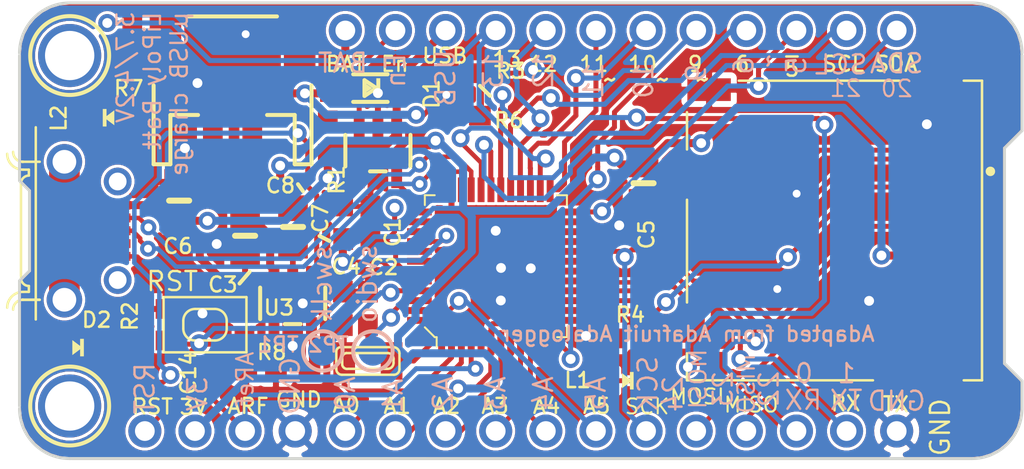
<source format=kicad_pcb>
(kicad_pcb (version 20171130) (host pcbnew "(5.0.0)")
  (layers (0 Top signal) (31 Bottom signal) (34 B.Paste user) (35 F.Paste user) (36 B.SilkS user hide) (37 F.SilkS user) (38 B.Mask user) (39 F.Mask user) (44 Edge.Cuts user))
  (net 0 "")
  (net 1 GND)
  (net 2 +3V3)
  (net 3 VBUS)
  (net 4 VBAT)
  (net 5 /AREF)
  (net 6 /D13)
  (net 7 /~RESET)
  (net 8 "Net-(U2-Pad4)")
  (net 9 /EN)
  (net 10 /A0)
  (net 11 /A1)
  (net 12 /A2)
  (net 13 /A3)
  (net 14 /A4)
  (net 15 /A5)
  (net 16 /SCK)
  (net 17 /MOSI)
  (net 18 /MISO)
  (net 19 /D0)
  (net 20 /D1)
  (net 21 /SDA)
  (net 22 /SCL)
  (net 23 /D5)
  (net 24 /D6)
  (net 25 /D9)
  (net 26 /D10)
  (net 27 /D11)
  (net 28 /D12)
  (net 29 "Net-(R8-Pad1)")
  (net 30 "Net-(R2-Pad2)")
  (net 31 /SWDIO)
  (net 32 /SWCLK)
  (net 33 "Net-(C1-Pad1)")
  (net 34 /D7)
  (net 35 /D2)
  (net 36 /D3)
  (net 37 /SD_CS)
  (net 38 /D8)
  (net 39 "Net-(C4-Pad1)")
  (net 40 "Net-(C2-Pad1)")
  (net 41 "Net-(L2-PadA)")
  (net 42 "Net-(CHG1-PadC)")
  (net 43 "Net-(U1-Pad22)")
  (net 44 "Net-(U1-Pad37)")
  (net 45 "Net-(U1-Pad38)")
  (net 46 "Net-(U1-Pad39)")
  (net 47 "Net-(U1-Pad41)")
  (net 48 "Net-(U1-Pad48)")
  (net 49 "Net-(J1-Pad4)")
  (net 50 "Net-(J2-Pad1)")
  (net 51 "Net-(J2-Pad8)")
  (net 52 "Net-(J2-PadSW_T)")
  (net 53 "Net-(J1-Pad3)")
  (net 54 "Net-(J1-Pad2)")
  (module "Adafruit Feather M0 Adalogger:0805-NO" (layer Top) (at 131.1891 103.4746 90)
    (fp_text reference C6 (at -2.7554 -0.8891 180) (layer F.SilkS) (effects (font (size 0.762 0.762) (thickness 0.127)) (justify left bottom)))
    (fp_text value 10µF)
    (pad 2 smd rect (at 0.95 0 90) (size 1.3 1.5) (layers Top F.Paste F.Mask) (net 1 GND))
    (pad 1 smd rect (at -0.95 0 90) (size 1.3 1.5) (layers Top F.Paste F.Mask) (net 3 VBUS))
  )
  (module "Adafruit Feather M0 Adalogger:0603-NO" (layer Top) (at 139.5011 104.5716 90)
    (fp_text reference C7 (at -0.6284 -0.7111 90) (layer F.SilkS) (effects (font (size 0.762 0.762) (thickness 0.127)) (justify left bottom)))
    (fp_text value 1uF)
    (pad 2 smd rect (at 0.85 0 90) (size 1.1 1) (layers Top F.Paste F.Mask) (net 1 GND))
    (pad 1 smd rect (at -0.85 0 90) (size 1.1 1) (layers Top F.Paste F.Mask) (net 2 +3V3))
  )
  (module "Adafruit Feather M0 Adalogger:0805-NO" (layer Top) (at 136.9591 104.8096 270)
    (fp_text reference C8 (at -2.5496 -0.1909) (layer F.SilkS) (effects (font (size 0.762 0.762) (thickness 0.127)) (justify right top)))
    (fp_text value 10µF)
    (pad 2 smd rect (at 0.95 0 270) (size 1.3 1.5) (layers Top F.Paste F.Mask) (net 1 GND))
    (pad 1 smd rect (at -0.95 0 270) (size 1.3 1.5) (layers Top F.Paste F.Mask) (net 2 +3V3))
  )
  (module "Adafruit Feather M0 Adalogger:CHIPLED_0805_NOOUTLINE" (layer Top) (at 127.65 99.27 90)
    (fp_text reference L2 (at 0.73 -3.01 90) (layer F.SilkS) (effects (font (size 0.762 0.762) (thickness 0.127)) (justify right top)))
    (fp_text value RED)
    (pad A smd rect (at 0 1.05 90) (size 1.2 1.2) (layers Top F.Paste F.Mask) (net 41 "Net-(L2-PadA)"))
    (pad C smd rect (at 0 -1.05 90) (size 1.2 1.2) (layers Top F.Paste F.Mask) (net 1 GND))
  )
  (module "Adafruit Feather M0 Adalogger:0603-NO" (layer Top) (at 133.74 112.089007)
    (fp_text reference C14 (at -1.64 1.320993 90) (layer F.SilkS) (effects (font (size 0.762 0.762) (thickness 0.127)) (justify left bottom)))
    (fp_text value 1uF)
    (pad 2 smd rect (at 0.85 0) (size 1.1 1) (layers Top F.Paste F.Mask) (net 1 GND))
    (pad 1 smd rect (at -0.85 0) (size 1.1 1) (layers Top F.Paste F.Mask) (net 5 /AREF))
  )
  (module "Adafruit Feather M0 Adalogger:0603-NO" (layer Top) (at 128.8161 95.4786 270)
    (fp_text reference R7 (at 1.8514 -0.6439 180) (layer F.SilkS) (effects (font (size 0.762 0.762) (thickness 0.127)) (justify right top)))
    (fp_text value 2.2K)
    (pad 2 smd rect (at 0.85 0 270) (size 1.1 1) (layers Top F.Paste F.Mask) (net 41 "Net-(L2-PadA)"))
    (pad 1 smd rect (at -0.85 0 270) (size 1.1 1) (layers Top F.Paste F.Mask) (net 6 /D13))
  )
  (module "Adafruit Feather M0 Adalogger:KMR2" (layer Top) (at 132.5 109.77 180)
    (fp_text reference SW1 hide)
    (fp_text value SPST_TACT-KMR2 hide)
    (pad 3 smd rect (at -2 -0.8 180) (size 1 1) (layers Top F.Paste F.Mask) (net 7 /~RESET))
    (pad 4 smd rect (at -2 0.8 180) (size 1 1) (layers Top F.Paste F.Mask) (net 1 GND))
    (pad 2 smd rect (at 2 0.8 180) (size 1 1) (layers Top F.Paste F.Mask) (net 1 GND))
    (pad 1 smd rect (at 2 -0.8 180) (size 1 1) (layers Top F.Paste F.Mask) (net 7 /~RESET))
  )
  (module "Adafruit Feather M0 Adalogger:MOUNTINGHOLE_2.5_PLATED" (layer Top) (at 125.6411 96.1136 270)
    (fp_text reference U$31 hide)
    (fp_text value MOUNTINGHOLE2.5 hide)
    (pad P$1 thru_hole circle (at 0 0 270) (size 3.2 3.2) (drill 2.5) (layers *.Cu *.Mask))
  )
  (module "Adafruit Feather M0 Adalogger:MOUNTINGHOLE_2.5_PLATED" (layer Top) (at 125.6411 113.8936 270)
    (fp_text reference U$32 hide)
    (fp_text value MOUNTINGHOLE2.5 hide)
    (pad P$1 thru_hole circle (at 0 0 270) (size 3.2 3.2) (drill 2.5) (layers *.Cu *.Mask))
  )
  (module "Adafruit Feather M0 Adalogger:SOT23-5" (layer Top) (at 141.2621 100.9396 180)
    (fp_text reference U2 hide)
    (fp_text value SPX3819-3.3)
    (pad 5 smd rect (at -0.95 -1.3001 180) (size 0.55 1.2) (layers Top F.Paste F.Mask) (net 2 +3V3))
    (pad 4 smd rect (at 0.95 -1.3001 180) (size 0.55 1.2) (layers Top F.Paste F.Mask) (net 8 "Net-(U2-Pad4)"))
    (pad 3 smd rect (at 0.95 1.3001 180) (size 0.55 1.2) (layers Top F.Paste F.Mask) (net 9 /EN))
    (pad 2 smd rect (at 0 1.3001 180) (size 0.55 1.2) (layers Top F.Paste F.Mask) (net 1 GND))
    (pad 1 smd rect (at -0.95 1.3001 180) (size 0.55 1.2) (layers Top F.Paste F.Mask) (net 3 VBUS))
  )
  (module "Adafruit Feather M0 Adalogger:SOD-123" (layer Top) (at 140.8811 97.7646 180)
    (fp_text reference D1 (at -2.6589 0.5246 90) (layer F.SilkS) (effects (font (size 0.762 0.762) (thickness 0.127)) (justify right top)))
    (fp_text value MBR120)
    (pad A smd rect (at 1.85 0 270) (size 1.4 1.4) (layers Top F.Paste F.Mask) (net 4 VBAT))
    (pad C smd rect (at -1.85 0 270) (size 1.4 1.4) (layers Top F.Paste F.Mask) (net 3 VBUS))
  )
  (module "Adafruit Feather M0 Adalogger:1X16_ROUND" (layer Top) (at 148.5011 115.1636 180)
    (fp_text reference JP1 hide)
    (fp_text value HEADER-1X16ROUND)
    (pad 16 thru_hole circle (at 19.05 0 270) (size 1.6764 1.6764) (drill 1) (layers *.Cu *.Mask) (net 7 /~RESET))
    (pad 15 thru_hole circle (at 16.51 0 270) (size 1.6764 1.6764) (drill 1) (layers *.Cu *.Mask) (net 2 +3V3))
    (pad 14 thru_hole circle (at 13.97 0 270) (size 1.6764 1.6764) (drill 1) (layers *.Cu *.Mask) (net 5 /AREF))
    (pad 13 thru_hole circle (at 11.43 0 270) (size 1.6764 1.6764) (drill 1) (layers *.Cu *.Mask) (net 1 GND))
    (pad 12 thru_hole circle (at 8.89 0 270) (size 1.6764 1.6764) (drill 1) (layers *.Cu *.Mask) (net 10 /A0))
    (pad 11 thru_hole circle (at 6.35 0 270) (size 1.6764 1.6764) (drill 1) (layers *.Cu *.Mask) (net 11 /A1))
    (pad 10 thru_hole circle (at 3.81 0 270) (size 1.6764 1.6764) (drill 1) (layers *.Cu *.Mask) (net 12 /A2))
    (pad 9 thru_hole circle (at 1.27 0 270) (size 1.6764 1.6764) (drill 1) (layers *.Cu *.Mask) (net 13 /A3))
    (pad 8 thru_hole circle (at -1.27 0 270) (size 1.6764 1.6764) (drill 1) (layers *.Cu *.Mask) (net 14 /A4))
    (pad 7 thru_hole circle (at -3.81 0 270) (size 1.6764 1.6764) (drill 1) (layers *.Cu *.Mask) (net 15 /A5))
    (pad 6 thru_hole circle (at -6.35 0 270) (size 1.6764 1.6764) (drill 1) (layers *.Cu *.Mask) (net 16 /SCK))
    (pad 5 thru_hole circle (at -8.89 0 270) (size 1.6764 1.6764) (drill 1) (layers *.Cu *.Mask) (net 17 /MOSI))
    (pad 4 thru_hole circle (at -11.43 0 270) (size 1.6764 1.6764) (drill 1) (layers *.Cu *.Mask) (net 18 /MISO))
    (pad 3 thru_hole circle (at -13.97 0 270) (size 1.6764 1.6764) (drill 1) (layers *.Cu *.Mask) (net 19 /D0))
    (pad 2 thru_hole circle (at -16.51 0 270) (size 1.6764 1.6764) (drill 1) (layers *.Cu *.Mask) (net 20 /D1))
    (pad 1 thru_hole circle (at -19.05 0 270) (size 1.6764 1.6764) (drill 1) (layers *.Cu *.Mask) (net 1 GND))
  )
  (module "Adafruit Feather M0 Adalogger:JSTPH2" (layer Top) (at 133.8961 97.1296)
    (fp_text reference X1 hide)
    (fp_text value JSTPH hide)
    (pad NC2 smd rect (at 3.4 -1.5 90) (size 3.4 1.6) (layers Top F.Paste F.Mask))
    (pad NC1 smd rect (at -3.4 -1.5 90) (size 3.4 1.6) (layers Top F.Paste F.Mask))
    (pad 2 smd rect (at 1 3.7) (size 1 4.6) (layers Top F.Paste F.Mask) (net 4 VBAT))
    (pad 1 smd rect (at -1 3.7) (size 1 4.6) (layers Top F.Paste F.Mask) (net 1 GND))
  )
  (module "Adafruit Feather M0 Adalogger:1X12_ROUND" (layer Top) (at 153.5811 94.8436)
    (fp_text reference JP3 hide)
    (fp_text value HEADER-1X12)
    (pad 12 thru_hole circle (at 13.97 0 90) (size 1.6764 1.6764) (drill 1) (layers *.Cu *.Mask) (net 21 /SDA))
    (pad 11 thru_hole circle (at 11.43 0 90) (size 1.6764 1.6764) (drill 1) (layers *.Cu *.Mask) (net 22 /SCL))
    (pad 10 thru_hole circle (at 8.89 0 90) (size 1.6764 1.6764) (drill 1) (layers *.Cu *.Mask) (net 23 /D5))
    (pad 9 thru_hole circle (at 6.35 0 90) (size 1.6764 1.6764) (drill 1) (layers *.Cu *.Mask) (net 24 /D6))
    (pad 8 thru_hole circle (at 3.81 0 90) (size 1.6764 1.6764) (drill 1) (layers *.Cu *.Mask) (net 25 /D9))
    (pad 7 thru_hole circle (at 1.27 0 90) (size 1.6764 1.6764) (drill 1) (layers *.Cu *.Mask) (net 26 /D10))
    (pad 6 thru_hole circle (at -1.27 0 90) (size 1.6764 1.6764) (drill 1) (layers *.Cu *.Mask) (net 27 /D11))
    (pad 5 thru_hole circle (at -3.81 0 90) (size 1.6764 1.6764) (drill 1) (layers *.Cu *.Mask) (net 28 /D12))
    (pad 4 thru_hole circle (at -6.35 0 90) (size 1.6764 1.6764) (drill 1) (layers *.Cu *.Mask) (net 6 /D13))
    (pad 3 thru_hole circle (at -8.89 0 90) (size 1.6764 1.6764) (drill 1) (layers *.Cu *.Mask) (net 3 VBUS))
    (pad 2 thru_hole circle (at -11.43 0 90) (size 1.6764 1.6764) (drill 1) (layers *.Cu *.Mask) (net 9 /EN))
    (pad 1 thru_hole circle (at -13.97 0 90) (size 1.6764 1.6764) (drill 1) (layers *.Cu *.Mask) (net 4 VBAT))
  )
  (module "Adafruit Feather M0 Adalogger:SOT23-5" (layer Top) (at 136.9441 108.6866 180)
    (fp_text reference U3 (at -0.1459 0.2266) (layer F.SilkS) (effects (font (size 0.762 0.762) (thickness 0.127)) (justify right top)))
    (fp_text value MCP73831T-2ACI/OT)
    (pad 5 smd rect (at -0.95 -1.3001 180) (size 0.55 1.2) (layers Top F.Paste F.Mask) (net 29 "Net-(R8-Pad1)"))
    (pad 4 smd rect (at 0.95 -1.3001 180) (size 0.55 1.2) (layers Top F.Paste F.Mask) (net 3 VBUS))
    (pad 3 smd rect (at 0.95 1.3001 180) (size 0.55 1.2) (layers Top F.Paste F.Mask) (net 4 VBAT))
    (pad 2 smd rect (at 0 1.3001 180) (size 0.55 1.2) (layers Top F.Paste F.Mask) (net 1 GND))
    (pad 1 smd rect (at -0.95 1.3001 180) (size 0.55 1.2) (layers Top F.Paste F.Mask) (net 30 "Net-(R2-Pad2)"))
  )
  (module "Adafruit Feather M0 Adalogger:CHIPLED_0805_NOOUTLINE" (layer Top) (at 126.03 110.93 270)
    (fp_text reference D2 (at -0.96 -0.15 180) (layer F.SilkS) (effects (font (size 0.762 0.762) (thickness 0.127)) (justify left bottom)))
    (fp_text value ORANGE)
    (pad A smd rect (at 0 1.05 270) (size 1.2 1.2) (layers Top F.Paste F.Mask) (net 3 VBUS))
    (pad C smd rect (at 0 -1.05 270) (size 1.2 1.2) (layers Top F.Paste F.Mask) (net 42 "Net-(CHG1-PadC)"))
  )
  (module "Adafruit Feather M0 Adalogger:0603-NO" (layer Top) (at 128.84 111.84 270)
    (fp_text reference R2 (at -1.67 -0.3 270) (layer F.SilkS) (effects (font (size 0.762 0.762) (thickness 0.127)) (justify left bottom)))
    (fp_text value 1K)
    (pad 2 smd rect (at 0.85 0 270) (size 1.1 1) (layers Top F.Paste F.Mask) (net 30 "Net-(R2-Pad2)"))
    (pad 1 smd rect (at -0.85 0 270) (size 1.1 1) (layers Top F.Paste F.Mask) (net 42 "Net-(CHG1-PadC)"))
  )
  (module "Adafruit Feather M0 Adalogger:0805-NO" (layer Top) (at 134.5311 105.2576 270)
    (fp_text reference C3 (at 2.0324 0.3011) (layer F.SilkS) (effects (font (size 0.762 0.762) (thickness 0.127)) (justify right top)))
    (fp_text value 10µF)
    (pad 2 smd rect (at 0.95 0 270) (size 1.3 1.5) (layers Top F.Paste F.Mask) (net 1 GND))
    (pad 1 smd rect (at -0.95 0 270) (size 1.3 1.5) (layers Top F.Paste F.Mask) (net 4 VBAT))
  )
  (module "Adafruit Feather M0 Adalogger:0603-NO" (layer Top) (at 136.9441 112.1156 180)
    (fp_text reference R8 (at 0.2341 1.3956) (layer F.SilkS) (effects (font (size 0.762 0.762) (thickness 0.127)) (justify right top)))
    (fp_text value 10K\)
    (pad 2 smd rect (at 0.85 0 180) (size 1.1 1) (layers Top F.Paste F.Mask) (net 1 GND))
    (pad 1 smd rect (at -0.85 0 180) (size 1.1 1) (layers Top F.Paste F.Mask) (net 29 "Net-(R8-Pad1)"))
  )
  (module "Adafruit Feather M0 Adalogger:0603-NO" (layer Top) (at 145.66 97.01)
    (fp_text reference R3 (at 1.5 0.33) (layer F.SilkS) (effects (font (size 0.762 0.762) (thickness 0.127)) (justify left bottom)))
    (fp_text value 100k)
    (pad 2 smd rect (at 0.85 0) (size 1.1 1) (layers Top F.Paste F.Mask) (net 25 /D9))
    (pad 1 smd rect (at -0.85 0) (size 1.1 1) (layers Top F.Paste F.Mask) (net 4 VBAT))
  )
  (module "Adafruit Feather M0 Adalogger:0603-NO" (layer Top) (at 145.5801 99.1616 180)
    (fp_text reference R6 (at -3.1499 0.2016) (layer F.SilkS) (effects (font (size 0.762 0.762) (thickness 0.127)) (justify right top)))
    (fp_text value 100K)
    (pad 2 smd rect (at 0.85 0 180) (size 1.1 1) (layers Top F.Paste F.Mask) (net 1 GND))
    (pad 1 smd rect (at -0.85 0 180) (size 1.1 1) (layers Top F.Paste F.Mask) (net 25 /D9))
  )
  (module "Adafruit Feather M0 Adalogger:0603-NO" (layer Top) (at 140.8811 104.6226 90)
    (fp_text reference C1 (at -1.2874 1.5789 90) (layer F.SilkS) (effects (font (size 0.762 0.762) (thickness 0.127)) (justify left bottom)))
    (fp_text value 1uF)
    (pad 2 smd rect (at 0.85 0 90) (size 1.1 1) (layers Top F.Paste F.Mask) (net 1 GND))
    (pad 1 smd rect (at -0.85 0 90) (size 1.1 1) (layers Top F.Paste F.Mask) (net 33 "Net-(C1-Pad1)"))
  )
  (module "Adafruit Feather M0 Adalogger:0603-NO" (layer Top) (at 140.7541 108.9406 90)
    (fp_text reference C2 (at 1.6406 -0.0241 180) (layer F.SilkS) (effects (font (size 0.762 0.762) (thickness 0.127)) (justify left bottom)))
    (fp_text value 22pF)
    (pad 2 smd rect (at 0.85 0 90) (size 1.1 1) (layers Top F.Paste F.Mask) (net 1 GND))
    (pad 1 smd rect (at -0.85 0 90) (size 1.1 1) (layers Top F.Paste F.Mask) (net 40 "Net-(C2-Pad1)"))
  )
  (module "Adafruit Feather M0 Adalogger:0603-NO" (layer Top) (at 139.4841 108.9406 90)
    (fp_text reference C4 (at 1.6706 -0.6541) (layer F.SilkS) (effects (font (size 0.762 0.762) (thickness 0.127)) (justify left bottom)))
    (fp_text value 22pF)
    (pad 2 smd rect (at 0.85 0 90) (size 1.1 1) (layers Top F.Paste F.Mask) (net 1 GND))
    (pad 1 smd rect (at -0.85 0 90) (size 1.1 1) (layers Top F.Paste F.Mask) (net 39 "Net-(C4-Pad1)"))
  )
  (module "Adafruit Feather M0 Adalogger:XTAL3215" (layer Top) (at 140.7541 111.6076)
    (fp_text reference X2 hide)
    (fp_text value 32.768)
    (pad P$2 smd rect (at -1.2 0 180) (size 1.1 1.9) (layers Top F.Paste F.Mask) (net 39 "Net-(C4-Pad1)"))
    (pad P$1 smd rect (at 1.2 0) (size 1.1 1.9) (layers Top F.Paste F.Mask) (net 40 "Net-(C2-Pad1)"))
  )
  (module "Adafruit Feather M0 Adalogger:0805-NO" (layer Top) (at 154.7241 102.5906 270)
    (fp_text reference C5 (at 1.7794 0.2941 90) (layer F.SilkS) (effects (font (size 0.762 0.762) (thickness 0.127)) (justify right top)))
    (fp_text value 10uF)
    (pad 2 smd rect (at 0.95 0 270) (size 1.3 1.5) (layers Top F.Paste F.Mask) (net 1 GND))
    (pad 1 smd rect (at -0.95 0 270) (size 1.3 1.5) (layers Top F.Paste F.Mask) (net 2 +3V3))
  )
  (module "Adafruit Feather M0 Adalogger:TESTPOINT_ROUND_1.5MM" (layer Bottom) (at 138.4681 111.0996 180)
    (fp_text reference TP1 (at 1.143 -0.127 180) (layer B.SilkS) (effects (font (size 0.762 0.762) (thickness 0.127)) (justify left bottom mirror)))
    (fp_text value TESTPOINTROUND1.5MM)
    (pad P$1 smd roundrect (at 0 0 180) (size 1.5 1.5) (layers Bottom B.Mask) (roundrect_rratio 0.5) (net 32 /SWCLK))
  )
  (module "Adafruit Feather M0 Adalogger:TESTPOINT_ROUND_1.5MM" (layer Bottom) (at 141.0081 111.0996 180)
    (fp_text reference TP2 (at 1.143 -0.127 180) (layer B.SilkS) (effects (font (size 0.762 0.762) (thickness 0.127)) (justify left bottom mirror)))
    (fp_text value TESTPOINTROUND1.5MM)
    (pad P$1 smd roundrect (at 0 0 180) (size 1.5 1.5) (layers Bottom B.Mask) (roundrect_rratio 0.5) (net 31 /SWDIO))
  )
  (module "Adafruit Feather M0 Adalogger:0603-NO" (layer Top) (at 138.7221 100.3046 90)
    (fp_text reference R1 (at -2.9454 0.8979 90) (layer F.SilkS) (effects (font (size 0.762 0.762) (thickness 0.127)) (justify left bottom)))
    (fp_text value 100k)
    (pad 2 smd rect (at 0.85 0 90) (size 1.1 1) (layers Top F.Paste F.Mask) (net 9 /EN))
    (pad 1 smd rect (at -0.85 0 90) (size 1.1 1) (layers Top F.Paste F.Mask) (net 3 VBUS))
  )
  (module "Adafruit Feather M0 Adalogger:CHIPLED_0805_NOOUTLINE" (layer Top) (at 153.89 112.61 270)
    (fp_text reference L1 (at 0.42 3.26) (layer F.SilkS) (effects (font (size 0.762 0.762) (thickness 0.127)) (justify left bottom)))
    (fp_text value GREEN)
    (pad A smd rect (at 0 1.05 270) (size 1.2 1.2) (layers Top F.Paste F.Mask) (net 38 /D8))
    (pad C smd rect (at 0 -1.05 270) (size 1.2 1.2) (layers Top F.Paste F.Mask) (net 38 /D8))
  )
  (module "Adafruit Feather M0 Adalogger:0603-NO" (layer Top) (at 153.9621 110.4646 180)
    (fp_text reference R4 (at -0.9179 1.6446) (layer F.SilkS) (effects (font (size 0.762 0.762) (thickness 0.127)) (justify right top)))
    (fp_text value 1K)
    (pad 2 smd rect (at 0.85 0 180) (size 1.1 1) (layers Top F.Paste F.Mask) (net 1 GND))
    (pad 1 smd rect (at -0.85 0 180) (size 1.1 1) (layers Top F.Paste F.Mask) (net 38 /D8))
  )
  (module digikey-footprints:TQFP-48_7x7mm (layer Top) (at 147.24 106.8 90)
    (fp_text reference U1 hide)
    (fp_text value ATSAMD21G18A-AUT)
    (pad 6 smd rect (at -3.875 -0.25 90) (size 1.25 0.35) (layers Top F.Paste F.Mask) (net 2 +3V3))
    (pad 5 smd rect (at -3.875 -0.75 90) (size 1.25 0.35) (layers Top F.Paste F.Mask) (net 1 GND))
    (pad 4 smd rect (at -3.875 -1.25 90) (size 1.25 0.35) (layers Top F.Paste F.Mask) (net 5 /AREF))
    (pad 3 smd rect (at -3.875 -1.75 90) (size 1.25 0.35) (layers Top F.Paste F.Mask) (net 10 /A0))
    (pad 2 smd rect (at -3.875 -2.25 90) (size 1.25 0.35) (layers Top F.Paste F.Mask) (net 39 "Net-(C4-Pad1)"))
    (pad 1 smd rect (at -3.875 -2.75 90) (size 1.25 0.35) (layers Top F.Paste F.Mask) (net 40 "Net-(C2-Pad1)"))
    (pad 7 smd rect (at -3.875 0.25 90) (size 1.25 0.35) (layers Top F.Paste F.Mask) (net 11 /A1))
    (pad 8 smd rect (at -3.875 0.75 90) (size 1.25 0.35) (layers Top F.Paste F.Mask) (net 12 /A2))
    (pad 9 smd rect (at -3.875 1.25 90) (size 1.25 0.35) (layers Top F.Paste F.Mask) (net 13 /A3))
    (pad 10 smd rect (at -3.875 1.75 90) (size 1.25 0.35) (layers Top F.Paste F.Mask) (net 14 /A4))
    (pad 11 smd rect (at -3.875 2.25 90) (size 1.25 0.35) (layers Top F.Paste F.Mask) (net 38 /D8))
    (pad 12 smd rect (at -3.875 2.75 90) (size 1.25 0.35) (layers Top F.Paste F.Mask) (net 25 /D9))
    (pad 18 smd rect (at -0.25 3.875 90) (size 0.35 1.25) (layers Top F.Paste F.Mask) (net 1 GND))
    (pad 17 smd rect (at -0.75 3.875 90) (size 0.35 1.25) (layers Top F.Paste F.Mask) (net 2 +3V3))
    (pad 16 smd rect (at -1.25 3.875 90) (size 0.35 1.25) (layers Top F.Paste F.Mask) (net 19 /D0))
    (pad 15 smd rect (at -1.75 3.875 90) (size 0.35 1.25) (layers Top F.Paste F.Mask) (net 20 /D1))
    (pad 14 smd rect (at -2.25 3.875 90) (size 0.35 1.25) (layers Top F.Paste F.Mask) (net 36 /D3))
    (pad 13 smd rect (at -2.75 3.875 90) (size 0.35 1.25) (layers Top F.Paste F.Mask) (net 37 /SD_CS))
    (pad 19 smd rect (at 0.25 3.875 90) (size 0.35 1.25) (layers Top F.Paste F.Mask) (net 17 /MOSI))
    (pad 20 smd rect (at 0.75 3.875 90) (size 0.35 1.25) (layers Top F.Paste F.Mask) (net 16 /SCK))
    (pad 21 smd rect (at 1.25 3.875 90) (size 0.35 1.25) (layers Top F.Paste F.Mask) (net 18 /MISO))
    (pad 22 smd rect (at 1.75 3.875 90) (size 0.35 1.25) (layers Top F.Paste F.Mask) (net 43 "Net-(U1-Pad22)"))
    (pad 23 smd rect (at 2.25 3.875 90) (size 0.35 1.25) (layers Top F.Paste F.Mask) (net 35 /D2))
    (pad 24 smd rect (at 2.75 3.875 90) (size 0.35 1.25) (layers Top F.Paste F.Mask) (net 23 /D5))
    (pad 25 smd rect (at 3.875 2.75 90) (size 1.25 0.35) (layers Top F.Paste F.Mask) (net 27 /D11))
    (pad 26 smd rect (at 3.875 2.25 90) (size 1.25 0.35) (layers Top F.Paste F.Mask) (net 6 /D13))
    (pad 27 smd rect (at 3.875 1.75 90) (size 1.25 0.35) (layers Top F.Paste F.Mask) (net 26 /D10))
    (pad 28 smd rect (at 3.875 1.25 90) (size 1.25 0.35) (layers Top F.Paste F.Mask) (net 28 /D12))
    (pad 29 smd rect (at 3.875 0.75 90) (size 1.25 0.35) (layers Top F.Paste F.Mask) (net 24 /D6))
    (pad 30 smd rect (at 3.875 0.25 90) (size 1.25 0.35) (layers Top F.Paste F.Mask) (net 34 /D7))
    (pad 31 smd rect (at 3.875 -0.25 90) (size 1.25 0.35) (layers Top F.Paste F.Mask) (net 21 /SDA))
    (pad 32 smd rect (at 3.875 -0.75 90) (size 1.25 0.35) (layers Top F.Paste F.Mask) (net 22 /SCL))
    (pad 33 smd rect (at 3.875 -1.25 90) (size 1.25 0.35) (layers Top F.Paste F.Mask) (net 54 "Net-(J1-Pad2)"))
    (pad 34 smd rect (at 3.875 -1.75 90) (size 1.25 0.35) (layers Top F.Paste F.Mask) (net 53 "Net-(J1-Pad3)"))
    (pad 35 smd rect (at 3.875 -2.25 90) (size 1.25 0.35) (layers Top F.Paste F.Mask) (net 1 GND))
    (pad 36 smd rect (at 3.875 -2.75 90) (size 1.25 0.35) (layers Top F.Paste F.Mask) (net 2 +3V3))
    (pad 37 smd rect (at 2.75 -3.875 90) (size 0.35 1.25) (layers Top F.Paste F.Mask) (net 44 "Net-(U1-Pad37)"))
    (pad 38 smd rect (at 2.25 -3.875 90) (size 0.35 1.25) (layers Top F.Paste F.Mask) (net 45 "Net-(U1-Pad38)"))
    (pad 39 smd rect (at 1.75 -3.875 90) (size 0.35 1.25) (layers Top F.Paste F.Mask) (net 46 "Net-(U1-Pad39)"))
    (pad 40 smd rect (at 1.25 -3.875 90) (size 0.35 1.25) (layers Top F.Paste F.Mask) (net 7 /~RESET))
    (pad 41 smd rect (at 0.75 -3.875 90) (size 0.35 1.25) (layers Top F.Paste F.Mask) (net 47 "Net-(U1-Pad41)"))
    (pad 42 smd rect (at 0.25 -3.875 90) (size 0.35 1.25) (layers Top F.Paste F.Mask) (net 1 GND))
    (pad 43 smd rect (at -0.25 -3.875 90) (size 0.35 1.25) (layers Top F.Paste F.Mask) (net 33 "Net-(C1-Pad1)"))
    (pad 44 smd rect (at -0.75 -3.875 90) (size 0.35 1.25) (layers Top F.Paste F.Mask) (net 2 +3V3))
    (pad 45 smd rect (at -1.25 -3.875 90) (size 0.35 1.25) (layers Top F.Paste F.Mask) (net 32 /SWCLK))
    (pad 46 smd rect (at -1.75 -3.875 90) (size 0.35 1.25) (layers Top F.Paste F.Mask) (net 31 /SWDIO))
    (pad 47 smd rect (at -2.25 -3.875 90) (size 0.35 1.25) (layers Top F.Paste F.Mask) (net 15 /A5))
    (pad 48 smd rect (at -2.75 -3.875 90) (size 0.35 1.25) (layers Top F.Paste F.Mask) (net 48 "Net-(U1-Pad48)"))
  )
  (module 10118194-0001LF:FRAMATOME_10118194-0001LF (layer Top) (at 125.3744 105.0036 270)
    (fp_text reference J1 hide)
    (fp_text value 10118194-0001LF hide)
    (fp_text user PCB~Edge (at 4.25835 1.50295 270) (layer Edge.Cuts) (effects (font (thickness 0.05))))
    (pad P$13 smd rect (at 3.05 0 270) (size 1.5 1.55) (layers Top F.Paste F.Mask))
    (pad P$12 smd rect (at -3.05 0 270) (size 1.5 1.55) (layers Top F.Paste F.Mask))
    (pad P$11 smd rect (at 1 0 270) (size 1.5 1.55) (layers Top F.Paste F.Mask))
    (pad P$10 smd rect (at -1 0 270) (size 1.5 1.55) (layers Top F.Paste F.Mask))
    (pad P$9 thru_hole circle (at 3.5 0 270) (size 1.8 1.8) (drill 1.2) (layers *.Cu *.Mask))
    (pad P$8 thru_hole circle (at -3.5 0 270) (size 1.8 1.8) (drill 1.2) (layers *.Cu *.Mask))
    (pad P$7 thru_hole circle (at 2.5 -2.7 270) (size 1.408 1.408) (drill 0.9) (layers *.Cu *.Mask))
    (pad P$6 thru_hole circle (at -2.5 -2.7 270) (size 1.408 1.408) (drill 0.9) (layers *.Cu *.Mask))
    (pad 5 smd rect (at 1.3 -2.675 90) (size 0.45 1.35) (layers Top F.Paste F.Mask) (net 1 GND))
    (pad 4 smd rect (at 0.65 -2.675 90) (size 0.45 1.35) (layers Top F.Paste F.Mask) (net 49 "Net-(J1-Pad4)"))
    (pad 3 smd rect (at 0 -2.675 90) (size 0.45 1.35) (layers Top F.Paste F.Mask) (net 53 "Net-(J1-Pad3)"))
    (pad 2 smd rect (at -0.65 -2.675 90) (size 0.45 1.35) (layers Top F.Paste F.Mask) (net 54 "Net-(J1-Pad2)"))
    (pad 1 smd rect (at -1.3 -2.675 90) (size 0.45 1.35) (layers Top F.Paste F.Mask) (net 3 VBUS))
  )
  (module 503182-1853:MOLEX_503182-1853 (layer Top) (at 164.4 104.99 270)
    (fp_text reference J2 hide)
    (fp_text value 503182-1853 hide)
    (pad SH3 smd rect (at 4.94 7.15 90) (size 1.5 1.15) (layers Top F.Paste F.Mask) (net 1 GND))
    (pad SH4 smd rect (at -2.84 7.15 90) (size 1.5 1.15) (layers Top F.Paste F.Mask) (net 1 GND))
    (pad SH5 smd rect (at -7.145 6.355) (size 2.2 1.15) (layers Top F.Paste F.Mask) (net 1 GND))
    (pad DET_T smd rect (at 6.74 6.025) (size 1.2 1.16) (layers Top F.Paste F.Mask) (net 34 /D7))
    (pad SW_T smd rect (at 6.74 -2.975) (size 1.25 1.16) (layers Top F.Paste F.Mask) (net 52 "Net-(J2-PadSW_T)"))
    (pad SH2 smd rect (at 7.145 -5.125) (size 2.2 1.15) (layers Top F.Paste F.Mask) (net 1 GND))
    (pad SH1 smd rect (at -7.245 -4.975) (size 2.5 0.95) (layers Top F.Paste F.Mask) (net 1 GND))
    (pad 8 smd rect (at 4.8 -5.605) (size 1.24 0.8) (layers Top F.Paste F.Mask) (net 51 "Net-(J2-Pad8)"))
    (pad 7 smd rect (at 3.7 -5.605) (size 1.24 0.8) (layers Top F.Paste F.Mask) (net 18 /MISO))
    (pad 6 smd rect (at 2.6 -5.605) (size 1.24 0.8) (layers Top F.Paste F.Mask) (net 1 GND))
    (pad 5 smd rect (at 1.5 -5.605) (size 1.24 0.8) (layers Top F.Paste F.Mask) (net 16 /SCK))
    (pad 4 smd rect (at 0.4 -5.605) (size 1.24 0.8) (layers Top F.Paste F.Mask) (net 2 +3V3))
    (pad 3 smd rect (at -0.7 -5.605) (size 1.24 0.8) (layers Top F.Paste F.Mask) (net 17 /MOSI))
    (pad 2 smd rect (at -1.8 -5.605) (size 1.24 0.8) (layers Top F.Paste F.Mask) (net 37 /SD_CS))
    (pad 1 smd rect (at -2.9 -5.605) (size 1.24 0.8) (layers Top F.Paste F.Mask) (net 50 "Net-(J2-Pad1)"))
  )
  (gr_line (start 137.21 102.64) (end 137.46 102.99) (layer F.SilkS) (width 0.2))
  (gr_line (start 134.25 107.68) (end 134.76 107.09) (layer F.SilkS) (width 0.2))
  (gr_line (start 138.302 105.268) (end 138.81 105.522) (layer F.SilkS) (width 0.2))
  (gr_line (start 146.938 98.156) (end 146.43 97.648) (layer F.SilkS) (width 0.2))
  (gr_text "Adapted from Adafruit Adalogger" (at 156.972 110.236) (layer B.SilkS) (effects (font (size 0.762 0.762) (thickness 0.127)) (justify mirror)))
  (gr_line (start 125.6411 116.5606) (end 171.3611 116.5606) (layer Edge.Cuts) (width 0.15))
  (gr_arc (start 171.3611 114.0206) (end 171.3611 116.5606) (angle -90) (layer Edge.Cuts) (width 0.15))
  (gr_line (start 173.9011 114.062098) (end 173.9011 112.6236) (layer Edge.Cuts) (width 0.15))
  (gr_line (start 173.9011 112.6236) (end 173.0121 111.7346) (layer Edge.Cuts) (width 0.15))
  (gr_line (start 173.0121 111.7346) (end 173.0121 100.8126) (layer Edge.Cuts) (width 0.15))
  (gr_line (start 173.0121 100.8126) (end 173.9011 99.9236) (layer Edge.Cuts) (width 0.15))
  (gr_line (start 173.9011 99.9236) (end 173.9011 96.1136) (layer Edge.Cuts) (width 0.15))
  (gr_arc (start 171.3611 95.9866) (end 173.9011 95.9866) (angle -90) (layer Edge.Cuts) (width 0.15))
  (gr_line (start 171.3611 93.4466) (end 125.6411 93.4466) (layer Edge.Cuts) (width 0.15))
  (gr_arc (start 125.6411 95.9866) (end 125.6411 93.4466) (angle -90) (layer Edge.Cuts) (width 0.15))
  (gr_line (start 123.1011 96.1136) (end 123.1011 102.4636) (layer Edge.Cuts) (width 0.15))
  (gr_line (start 123.1011 102.4636) (end 123.6091 102.9716) (layer Edge.Cuts) (width 0.15))
  (gr_line (start 123.6091 102.9716) (end 123.6091 107.0356) (layer Edge.Cuts) (width 0.15))
  (gr_line (start 123.6091 107.0356) (end 123.1011 107.5436) (layer Edge.Cuts) (width 0.15))
  (gr_line (start 123.1011 107.5436) (end 123.1011 113.8936) (layer Edge.Cuts) (width 0.15))
  (gr_arc (start 125.6411 114.0206) (end 123.1011 114.0206) (angle -90) (layer Edge.Cuts) (width 0.15))
  (gr_text USB (at 144.652 96.124) (layer F.SilkS) (effects (font (size 0.762 0.762) (thickness 0.12192))))
  (gr_text RST (at 130.95 113.48) (layer F.SilkS) (effects (font (size 0.762 0.762) (thickness 0.12192)) (justify right top)))
  (gr_text "ARF\n" (at 135.8 113.45) (layer F.SilkS) (effects (font (size 0.762 0.762) (thickness 0.12192)) (justify right top)))
  (gr_text 3V (at 132.68 113.5) (layer F.SilkS) (effects (font (size 0.762 0.762) (thickness 0.12192)) (justify right top)))
  (gr_text A5 (at 153.12 113.45) (layer F.SilkS) (effects (font (size 0.762 0.762) (thickness 0.12192)) (justify right top)))
  (gr_text A4 (at 150.58 113.45) (layer F.SilkS) (effects (font (size 0.762 0.762) (thickness 0.12192)) (justify right top)))
  (gr_text A3 (at 147.97 113.45) (layer F.SilkS) (effects (font (size 0.762 0.762) (thickness 0.12192)) (justify right top)))
  (gr_text A2 (at 145.52 113.45) (layer F.SilkS) (effects (font (size 0.762 0.762) (thickness 0.12192)) (justify right top)))
  (gr_text A1 (at 143.01 113.45) (layer F.SilkS) (effects (font (size 0.762 0.762) (thickness 0.12192)) (justify right top)))
  (gr_text A0 (at 140.43 113.39) (layer F.SilkS) (effects (font (size 0.762 0.762) (thickness 0.12192)) (justify right top)))
  (gr_text 13 (at 147.8 96.3) (layer F.SilkS) (effects (font (size 0.762 0.762) (thickness 0.12192))))
  (gr_text ~5 (at 162.69 96.342126) (layer F.SilkS) (effects (font (size 0.762 0.762) (thickness 0.127)) (justify right top)))
  (gr_text 11 (at 153.01 96.099556) (layer F.SilkS) (effects (font (size 0.762 0.762) (thickness 0.12192)) (justify right top)))
  (gr_text 10 (at 155.48 96.099556) (layer F.SilkS) (effects (font (size 0.762 0.762) (thickness 0.12192)) (justify right top)))
  (gr_text 9 (at 157.78 96.099556) (layer F.SilkS) (effects (font (size 0.762 0.762) (thickness 0.12192)) (justify right top)))
  (gr_text SCK (at 156.09 113.4754) (layer F.SilkS) (effects (font (size 0.762 0.762) (thickness 0.1016)) (justify right top)))
  (gr_text MOSI (at 158.89 112.97) (layer F.SilkS) (effects (font (size 0.762 0.762) (thickness 0.10668)) (justify right top)))
  (gr_text MISO (at 160.18 113.83) (layer F.SilkS) (effects (font (size 0.762 0.762) (thickness 0.10668))))
  (gr_text SCL (at 165.98 96.098286) (layer F.SilkS) (effects (font (size 0.762 0.762) (thickness 0.127)) (justify right top)))
  (gr_text SDA (at 167.52 96.542786) (layer F.SilkS) (effects (font (size 0.762 0.762) (thickness 0.127))))
  (gr_text 21 (at 164.084 97.282) (layer B.SilkS) (effects (font (size 0.84455 0.84455) (thickness 0.10668)) (justify right top mirror)))
  (gr_text 20 (at 167.5511 97.79) (layer B.SilkS) (effects (font (size 0.84455 0.84455) (thickness 0.10668)) (justify mirror)))
  (gr_text RX (at 165.79 113.32) (layer F.SilkS) (effects (font (size 0.762 0.762) (thickness 0.12192)) (justify right top)))
  (gr_text TX (at 168.24 113.37) (layer F.SilkS) (effects (font (size 0.762 0.762) (thickness 0.12192)) (justify right top)))
  (gr_text BAT (at 140.7 96.099556) (layer F.SilkS) (effects (font (size 0.762 0.762) (thickness 0.12192)) (justify right top)))
  (gr_text 12 (at 150.45 96.099556) (layer F.SilkS) (effects (font (size 0.762 0.762) (thickness 0.12192)) (justify right top)))
  (gr_text 6 (at 160.17 96.098286) (layer F.SilkS) (effects (font (size 0.762 0.762) (thickness 0.127)) (justify right top)))
  (gr_text GND (at 137.25 113.57) (layer F.SilkS) (effects (font (size 0.762 0.762) (thickness 0.12192))))
  (gr_text En (at 142.89 96.099556) (layer F.SilkS) (effects (font (size 0.762 0.762) (thickness 0.12192)) (justify right top)))
  (gr_text GND (at 169.76 114.97 90) (layer F.SilkS) (effects (font (size 0.9652 0.9652) (thickness 0.12192))))
  (gr_text ~ (at 156.1211 96.7486) (layer F.SilkS) (effects (font (size 0.9652 0.9652) (thickness 0.12192)) (justify right top)))
  (gr_text ~ (at 158.1531 96.7486) (layer F.SilkS) (effects (font (size 0.9652 0.9652) (thickness 0.12192)) (justify right top)))
  (gr_text RST (at 130.84 107.57) (layer F.SilkS) (effects (font (size 0.9652 0.9652) (thickness 0.12192))))
  (gr_text 24 (at 156.21 113.284 -270) (layer B.SilkS) (effects (font (size 0.9652 0.9652) (thickness 0.12192)) (justify mirror)))
  (gr_text 23 (at 158.75 113.03 -270) (layer B.SilkS) (effects (font (size 0.9652 0.9652) (thickness 0.12192)) (justify mirror)))
  (gr_text 22 (at 161.0741 113.03 -270) (layer B.SilkS) (effects (font (size 0.9652 0.9652) (thickness 0.12192)) (justify mirror)))
  (gr_text ~ (at 153.4541 96.7486) (layer F.SilkS) (effects (font (size 0.9652 0.9652) (thickness 0.12192)) (justify right top)))
  (gr_text USB (at 144.6911 97.2566 -270) (layer B.SilkS) (effects (font (size 0.9652 0.9652) (thickness 0.12192)) (justify mirror)))
  (gr_text 13 (at 147.1041 96.8756 -270) (layer B.SilkS) (effects (font (size 0.9652 0.9652) (thickness 0.12192)) (justify mirror)))
  (gr_text 5 (at 162.4711 96.6216 -270) (layer B.SilkS) (effects (font (size 0.9652 0.9652) (thickness 0.12192)) (justify mirror)))
  (gr_text 11~ (at 152.1841 97.3836 -270) (layer B.SilkS) (effects (font (size 0.9652 0.9652) (thickness 0.12192)) (justify mirror)))
  (gr_text 10~ (at 154.7241 97.3836 -270) (layer B.SilkS) (effects (font (size 0.9652 0.9652) (thickness 0.12192)) (justify mirror)))
  (gr_text 9~ (at 157.3911 97.0026 -270) (layer B.SilkS) (effects (font (size 0.9652 0.9652) (thickness 0.12192)) (justify mirror)))
  (gr_text SCL (at 163.322 96.012) (layer B.SilkS) (effects (font (size 0.9652 0.9652) (thickness 0.12192)) (justify right top mirror)))
  (gr_text SDA (at 167.5511 96.52) (layer B.SilkS) (effects (font (size 0.9652 0.9652) (thickness 0.12192)) (justify mirror)))
  (gr_text BAT (at 139.4841 96.4946) (layer B.SilkS) (effects (font (size 0.9652 0.9652) (thickness 0.12192)) (justify mirror)))
  (gr_text 12 (at 149.6441 96.8756 -270) (layer B.SilkS) (effects (font (size 0.9652 0.9652) (thickness 0.12192)) (justify mirror)))
  (gr_text 6 (at 159.8041 96.6216 -270) (layer B.SilkS) (effects (font (size 0.9652 0.9652) (thickness 0.12192)) (justify mirror)))
  (gr_text En (at 142.1511 96.8756 -270) (layer B.SilkS) (effects (font (size 0.9652 0.9652) (thickness 0.12192)) (justify mirror)))
  (gr_text ~ (at 161.0741 96.3676 -90) (layer B.SilkS) (effects (font (size 0.9652 0.9652) (thickness 0.12192)) (justify mirror)))
  (gr_text RST (at 129.4511 113.0046 -270) (layer B.SilkS) (effects (font (size 0.9652 0.9652) (thickness 0.12192)) (justify mirror)))
  (gr_text ARef (at 134.5311 112.522 -270) (layer B.SilkS) (effects (font (size 0.84455 0.84455) (thickness 0.10668)) (justify mirror)))
  (gr_text 3V (at 132.1181 113.284 -270) (layer B.SilkS) (effects (font (size 0.9652 0.9652) (thickness 0.12192)) (justify mirror)))
  (gr_text A5 (at 152.3111 113.2586 -270) (layer B.SilkS) (effects (font (size 0.9652 0.9652) (thickness 0.12192)) (justify mirror)))
  (gr_text A4 (at 149.6441 113.2586 -270) (layer B.SilkS) (effects (font (size 0.9652 0.9652) (thickness 0.12192)) (justify mirror)))
  (gr_text A3 (at 147.2311 113.2586 -270) (layer B.SilkS) (effects (font (size 0.9652 0.9652) (thickness 0.12192)) (justify mirror)))
  (gr_text A2 (at 144.5641 113.2586 -270) (layer B.SilkS) (effects (font (size 0.9652 0.9652) (thickness 0.12192)) (justify mirror)))
  (gr_text A1 (at 142.0241 113.3856 -270) (layer B.SilkS) (effects (font (size 0.9652 0.9652) (thickness 0.12192)) (justify mirror)))
  (gr_text A0 (at 139.6111 113.2586 -270) (layer B.SilkS) (effects (font (size 0.9652 0.9652) (thickness 0.12192)) (justify mirror)))
  (gr_text SCK (at 154.94 112.776 -270) (layer B.SilkS) (effects (font (size 0.9652 0.9652) (thickness 0.12192)) (justify mirror)))
  (gr_text MOSI (at 157.48 112.522 -270) (layer B.SilkS) (effects (font (size 0.84455 0.84455) (thickness 0.10668)) (justify mirror)))
  (gr_text MISO (at 159.9311 112.7506 -270) (layer B.SilkS) (effects (font (size 0.84455 0.84455) (thickness 0.10668)) (justify mirror)))
  (gr_text 0 (at 162.8521 112.2426) (layer B.SilkS) (effects (font (size 0.9652 0.9652) (thickness 0.12192)) (justify mirror)))
  (gr_text 1 (at 165.0111 112.2426) (layer B.SilkS) (effects (font (size 0.9652 0.9652) (thickness 0.12192)) (justify mirror)))
  (gr_text RX (at 161.798 113.03) (layer B.SilkS) (effects (font (size 0.9652 0.9652) (thickness 0.12192)) (justify right top mirror)))
  (gr_text TX (at 164.084 113.03) (layer B.SilkS) (effects (font (size 0.9652 0.9652) (thickness 0.12192)) (justify right top mirror)))
  (gr_text GND (at 136.8171 112.8776 -270) (layer B.SilkS) (effects (font (size 0.9652 0.9652) (thickness 0.12192)) (justify mirror)))
  (gr_text GND (at 167.5511 113.6396) (layer B.SilkS) (effects (font (size 0.9652 0.9652) (thickness 0.12192)) (justify mirror)))
  (gr_text swclk (at 138.43 107.696 90) (layer B.SilkS) (effects (font (size 0.9652 0.9652) (thickness 0.12192)) (justify mirror)))
  (gr_text swdio (at 140.716 107.696 90) (layer B.SilkS) (effects (font (size 0.9652 0.9652) (thickness 0.12192)) (justify mirror)))
  (gr_text "3.7/4.2V\nLiPoly Batt\nµUSB charge" (at 129.8321 93.8276 -270) (layer B.SilkS) (effects (font (size 0.84455 0.84455) (thickness 0.11557)) (justify left mirror)))
  (segment (start 130.4991 109.1566) (end 134.4991 109.1566) (width 0.254) (layer Top) (net 1))
  (via (at 132.1181 97.5106) (size 0.9064) (drill 0.5) (layers Top Bottom) (net 1))
  (segment (start 137.0711 105.7596) (end 136.9591 105.7596) (width 0.254) (layer Top) (net 1))
  (via (at 136.9441 110.8456) (size 0.9064) (drill 0.5) (layers Top Bottom) (net 1))
  (segment (start 134.4991 109.1566) (end 134.6201 109.1566) (width 0.254) (layer Top) (net 1))
  (segment (start 144.9811 103.3066) (end 144.9811 104.5316) (width 0.254) (layer Top) (net 1))
  (segment (start 143.7561 106.5316) (end 146.9811 106.5316) (width 0.254) (layer Top) (net 1))
  (segment (start 150.7061 107.0316) (end 147.4811 107.0316) (width 0.254) (layer Top) (net 1))
  (segment (start 140.7541 108.0906) (end 139.4841 108.0906) (width 0.254) (layer Top) (net 1))
  (via (at 132.3721 109.1946) (size 0.9064) (drill 0.5) (layers Top Bottom) (net 1))
  (via (at 141.2621 98.0186) (size 0.9064) (drill 0.5) (layers Top Bottom) (net 1))
  (via (at 147.2311 105.0036) (size 0.9064) (drill 0.5) (layers Top Bottom) (net 1))
  (via (at 149.0091 106.9086) (size 0.9064) (drill 0.5) (layers Top Bottom) (net 1))
  (via (at 137.4521 108.6866) (size 0.9064) (drill 0.5) (layers Top Bottom) (net 1))
  (segment (start 141.2621 99.6395) (end 141.2621 98.3996) (width 0.254) (layer Top) (net 1))
  (via (at 131.4831 100.8126) (size 0.9064) (drill 0.5) (layers Top Bottom) (net 1))
  (segment (start 143.7561 106.5316) (end 143.1711 106.5316) (width 0.254) (layer Top) (net 1))
  (via (at 151.8031 110.3376) (size 0.9064) (drill 0.5) (layers Top Bottom) (net 1))
  (segment (start 151.8031 110.3376) (end 151.6761 110.4646) (width 0.254) (layer Bottom) (net 1))
  (via (at 166.1541 108.5596) (size 0.9064) (drill 0.5) (layers Top Bottom) (net 1))
  (segment (start 139.5521 103.7726) (end 139.5011 103.7216) (width 0.25) (layer Top) (net 1))
  (segment (start 140.8811 103.7726) (end 139.5521 103.7726) (width 0.25) (layer Top) (net 1))
  (via (at 147.49 108.54) (size 0.9064) (drill 0.5) (layers Top Bottom) (net 1))
  (via (at 153.49 104.73) (size 0.9064) (drill 0.5) (layers Top Bottom) (net 1))
  (segment (start 147.49 108.8) (end 147.49 108.54) (width 0.25) (layer Top) (net 1))
  (segment (start 147.242609 109.047391) (end 147.49 108.8) (width 0.25) (layer Top) (net 1))
  (segment (start 146.916871 109.047391) (end 147.242609 109.047391) (width 0.25) (layer Top) (net 1))
  (segment (start 146.529091 109.435171) (end 146.916871 109.047391) (width 0.25) (layer Top) (net 1))
  (segment (start 146.529091 109.760909) (end 146.529091 109.435171) (width 0.25) (layer Top) (net 1))
  (segment (start 146.49 109.8) (end 146.529091 109.760909) (width 0.25) (layer Top) (net 1))
  (segment (start 146.49 110.675) (end 146.49 109.8) (width 0.25) (layer Top) (net 1))
  (via (at 169.08 99.6) (size 0.9064) (drill 0.5) (layers Top Bottom) (net 1))
  (via (at 161.5 107.96) (size 0.8) (drill 0.4) (layers Top Bottom) (net 1))
  (via (at 162.480926 103.120926) (size 0.8) (drill 0.4) (layers Top Bottom) (net 1))
  (via (at 134.56 95.03) (size 0.8) (drill 0.4) (layers Top Bottom) (net 1))
  (via (at 144.73 98.11) (size 0.8) (drill 0.4) (layers Top Bottom) (net 1))
  (segment (start 144.7301 98.2501) (end 144.7301 99.1616) (width 0.25) (layer Top) (net 1))
  (segment (start 144.73 98.11) (end 144.7301 98.2501) (width 0.25) (layer Top) (net 1))
  (segment (start 135.33 111.428907) (end 135.33 111.02) (width 0.25) (layer Top) (net 1))
  (segment (start 134.6699 112.089007) (end 135.33 111.428907) (width 0.25) (layer Top) (net 1))
  (segment (start 140.8811 102.994) (end 141.23 102.6451) (width 0.2286) (layer Top) (net 1))
  (segment (start 140.8811 103.7726) (end 140.8811 102.994) (width 0.2286) (layer Top) (net 1))
  (via (at 133.092812 105.67469) (size 0.9064) (drill 0.5) (layers Top Bottom) (net 1))
  (segment (start 128.953 106.3036) (end 129.2794 106.63) (width 0.2286) (layer Top) (net 1))
  (segment (start 128.0494 106.3036) (end 128.953 106.3036) (width 0.2286) (layer Top) (net 1))
  (segment (start 127.078299 106.824701) (end 127.078299 107.908299) (width 0.2286) (layer Top) (net 1))
  (segment (start 128.0494 106.3036) (end 127.5994 106.3036) (width 0.2286) (layer Top) (net 1))
  (segment (start 127.5994 106.3036) (end 127.078299 106.824701) (width 0.2286) (layer Top) (net 1))
  (segment (start 144.4371 99.0346) (end 143.1671 100.3046) (width 0.254) (layer Top) (net 1))
  (segment (start 143.1671 100.3046) (end 143.0401 100.3046) (width 0.254) (layer Top) (net 1))
  (segment (start 144.5641 99.1616) (end 144.7301 99.1616) (width 0.254) (layer Top) (net 1))
  (segment (start 144.4371 99.0346) (end 144.5641 99.1616) (width 0.254) (layer Top) (net 1))
  (via (at 147.5 106.89) (size 0.9064) (drill 0.5) (layers Top Bottom) (net 1))
  (via (at 136.3091 101.7016) (size 0.9064) (drill 0.5) (layers Top Bottom) (net 2))
  (segment (start 144.3101 100.4316) (end 145.5801 101.7016) (width 0.4064) (layer Bottom) (net 2))
  (segment (start 145.5801 101.7016) (end 145.5801 103.8606) (width 0.4064) (layer Bottom) (net 2))
  (segment (start 139.5011 106.3985) (end 139.5011 105.4216) (width 0.254) (layer Top) (net 2))
  (segment (start 136.3091 101.7016) (end 136.3091 103.2096) (width 0.4064) (layer Top) (net 2))
  (segment (start 136.3091 103.2096) (end 136.9591 103.8596) (width 0.4064) (layer Top) (net 2))
  (segment (start 139.6746 106.4641) (end 139.5011 106.2906) (width 0.254) (layer Top) (net 2))
  (segment (start 139.5011 106.2906) (end 139.5011 105.4216) (width 0.254) (layer Top) (net 2))
  (segment (start 131.9911 115.1636) (end 134.6581 112.4966) (width 0.4064) (layer Bottom) (net 2))
  (segment (start 134.6581 112.4966) (end 141.8971 112.4966) (width 0.4064) (layer Bottom) (net 2))
  (segment (start 141.8971 112.4966) (end 142.7861 111.6076) (width 0.4064) (layer Bottom) (net 2))
  (segment (start 142.7861 111.6076) (end 142.7861 111.4806) (width 0.4064) (layer Bottom) (net 2))
  (via (at 157.6451 100.5586) (size 0.9064) (drill 0.5) (layers Top Bottom) (net 2))
  (segment (start 139.4841 105.9466) (end 139.5011 105.9296) (width 0.254) (layer Top) (net 2))
  (segment (start 139.5011 105.9296) (end 139.5011 105.4216) (width 0.254) (layer Top) (net 2))
  (segment (start 144.0694 103.8606) (end 145.5801 103.8606) (width 0.25) (layer Bottom) (net 2))
  (segment (start 142.63 105.3) (end 144.0694 103.8606) (width 0.25) (layer Bottom) (net 2))
  (segment (start 140.3731 106.0196) (end 141.0927 105.3) (width 0.25) (layer Bottom) (net 2))
  (segment (start 141.0927 105.3) (end 142.63 105.3) (width 0.25) (layer Bottom) (net 2))
  (via (at 139.49 106.58) (size 0.9064) (drill 0.5) (layers Top Bottom) (net 2))
  (segment (start 139.4841 105.9466) (end 139.49 106.58) (width 0.4064) (layer Top) (net 2))
  (segment (start 139.8227 106.57) (end 140.3731 106.0196) (width 0.4064) (layer Bottom) (net 2))
  (segment (start 139.79 106.57) (end 139.8227 106.57) (width 0.4064) (layer Bottom) (net 2))
  (segment (start 139.49 106.58) (end 139.78 106.58) (width 0.4064) (layer Bottom) (net 2))
  (segment (start 139.78 106.58) (end 139.79 106.57) (width 0.4064) (layer Bottom) (net 2))
  (segment (start 151.115 107.55) (end 150.35 107.55) (width 0.25) (layer Top) (net 2))
  (segment (start 150.35 107.55) (end 149.9743 107.9257) (width 0.25) (layer Top) (net 2))
  (segment (start 149.9743 107.9257) (end 149.9743 109.4994) (width 0.25) (layer Top) (net 2))
  (segment (start 143.365 107.55) (end 142.466905 107.55) (width 0.25) (layer Top) (net 2))
  (segment (start 142.466905 107.55) (end 141.661 106.744095) (width 0.25) (layer Top) (net 2))
  (segment (start 154.8594 101.6406) (end 154.7241 101.6406) (width 0.4064) (layer Top) (net 2))
  (segment (start 157.6451 100.5586) (end 155.9414 100.5586) (width 0.4064) (layer Top) (net 2))
  (segment (start 155.9414 100.5586) (end 154.8594 101.6406) (width 0.4064) (layer Top) (net 2))
  (via (at 153.251309 101.288603) (size 0.9064) (drill 0.5) (layers Top Bottom) (net 2))
  (segment (start 154.7241 101.6406) (end 153.5677 101.6406) (width 0.4064) (layer Top) (net 2))
  (segment (start 153.5677 101.6406) (end 153.251309 101.324209) (width 0.4064) (layer Top) (net 2))
  (segment (start 153.251309 101.324209) (end 153.251309 101.288603) (width 0.4064) (layer Top) (net 2))
  (via (at 166.780002 106.26) (size 0.9064) (drill 0.5) (layers Top Bottom) (net 2))
  (segment (start 167.7975 106.26) (end 167.420923 106.26) (width 0.4064) (layer Top) (net 2))
  (segment (start 167.420923 106.26) (end 166.780002 106.26) (width 0.4064) (layer Top) (net 2))
  (segment (start 168.6675 105.39) (end 167.7975 106.26) (width 0.25) (layer Top) (net 2))
  (segment (start 170.005 105.39) (end 168.6675 105.39) (width 0.25) (layer Top) (net 2))
  (segment (start 149.9743 109.4994) (end 149.7537 109.72) (width 0.254) (layer Top) (net 2))
  (segment (start 149.7537 109.72) (end 147.0787 109.72) (width 0.254) (layer Top) (net 2))
  (segment (start 147.07 109.72) (end 147.0787 109.72) (width 0.25) (layer Top) (net 2))
  (segment (start 146.99 109.8) (end 147.07 109.72) (width 0.25) (layer Top) (net 2))
  (segment (start 146.99 110.675) (end 146.99 109.8) (width 0.25) (layer Top) (net 2))
  (segment (start 146.99 110.675) (end 146.99 111.55) (width 0.25) (layer Top) (net 2))
  (segment (start 146.9811 111.5589) (end 146.99 111.55) (width 0.25) (layer Top) (net 2))
  (segment (start 146.9811 112.23436) (end 146.9811 111.5589) (width 0.25) (layer Top) (net 2))
  (segment (start 166.780002 100.676502) (end 166.780002 105.619079) (width 0.4064) (layer Bottom) (net 2))
  (segment (start 157.6451 100.5586) (end 159.440101 98.763599) (width 0.4064) (layer Bottom) (net 2))
  (segment (start 159.440101 98.763599) (end 164.867099 98.763599) (width 0.4064) (layer Bottom) (net 2))
  (segment (start 166.780002 105.619079) (end 166.780002 106.26) (width 0.4064) (layer Bottom) (net 2))
  (segment (start 164.867099 98.763599) (end 166.780002 100.676502) (width 0.4064) (layer Bottom) (net 2))
  (segment (start 151.543598 102.306402) (end 151.543598 101.988926) (width 0.4064) (layer Bottom) (net 2))
  (segment (start 152.243921 101.288603) (end 152.610388 101.288603) (width 0.4064) (layer Bottom) (net 2))
  (segment (start 149.8624 103.9876) (end 151.543598 102.306402) (width 0.4064) (layer Bottom) (net 2))
  (segment (start 145.7071 103.9876) (end 149.8624 103.9876) (width 0.4064) (layer Bottom) (net 2))
  (segment (start 145.5801 103.8606) (end 145.7071 103.9876) (width 0.4064) (layer Bottom) (net 2))
  (segment (start 151.543598 101.988926) (end 152.243921 101.288603) (width 0.4064) (layer Bottom) (net 2))
  (segment (start 152.610388 101.288603) (end 153.251309 101.288603) (width 0.4064) (layer Bottom) (net 2))
  (segment (start 142.2121 102.5647) (end 142.2121 102.2397) (width 0.254) (layer Top) (net 2))
  (segment (start 144.382898 103.404802) (end 143.052202 103.404802) (width 0.254) (layer Top) (net 2))
  (segment (start 144.4811 103.3066) (end 144.382898 103.404802) (width 0.254) (layer Top) (net 2))
  (segment (start 143.052202 103.404802) (end 142.2121 102.5647) (width 0.254) (layer Top) (net 2))
  (segment (start 137.4521 101.7016) (end 136.3091 101.7016) (width 0.4064) (layer Bottom) (net 2))
  (segment (start 142.2121 102.2397) (end 142.2121 101.6079) (width 0.254) (layer Top) (net 2))
  (segment (start 138.7221 100.4316) (end 144.1831 100.4316) (width 0.4064) (layer Bottom) (net 2))
  (segment (start 137.4521 101.7016) (end 138.7221 100.4316) (width 0.4064) (layer Bottom) (net 2))
  (segment (start 143.08 100.74) (end 143.8747 100.74) (width 0.254) (layer Top) (net 2))
  (segment (start 142.2121 101.6079) (end 143.08 100.74) (width 0.254) (layer Top) (net 2))
  (via (at 144.1831 100.4316) (size 0.9064) (drill 0.5) (layers Top Bottom) (net 2))
  (segment (start 143.8747 100.74) (end 144.1831 100.4316) (width 0.254) (layer Top) (net 2))
  (segment (start 144.3101 100.4316) (end 144.1831 100.4316) (width 0.254) (layer Bottom) (net 2))
  (segment (start 142.2781 110.9726) (end 142.7861 111.4806) (width 0.4064) (layer Bottom) (net 2))
  (segment (start 146.02 104.3005) (end 146.02 106.04) (width 0.4064) (layer Bottom) (net 2))
  (segment (start 145.5801 103.8606) (end 146.02 104.3005) (width 0.4064) (layer Bottom) (net 2))
  (segment (start 146.02 106.04) (end 143.1671 108.8929) (width 0.4064) (layer Bottom) (net 2))
  (segment (start 143.1671 108.8929) (end 143.1671 109.4486) (width 0.4064) (layer Bottom) (net 2))
  (segment (start 143.1671 109.4486) (end 142.2781 110.3376) (width 0.4064) (layer Bottom) (net 2))
  (segment (start 142.2781 110.3376) (end 142.2781 110.9726) (width 0.4064) (layer Bottom) (net 2))
  (segment (start 141.661 106.744095) (end 141.661 106.741) (width 0.2286) (layer Top) (net 2))
  (segment (start 141.5 106.58) (end 139.49 106.58) (width 0.2286) (layer Top) (net 2))
  (segment (start 141.661 106.741) (end 141.5 106.58) (width 0.2286) (layer Top) (net 2))
  (via (at 145.3261 113.0046) (size 0.9064) (drill 0.5) (layers Top Bottom) (net 2))
  (segment (start 146.43 112.78) (end 146.2054 113.0046) (width 0.254) (layer Top) (net 2))
  (segment (start 147.2311 111.7611) (end 147.2311 112.6236) (width 0.4064) (layer Bottom) (net 2))
  (segment (start 145.967021 113.0046) (end 145.3261 113.0046) (width 0.4064) (layer Bottom) (net 2))
  (segment (start 142.7861 111.4806) (end 143.0467 111.22) (width 0.4064) (layer Bottom) (net 2))
  (segment (start 146.2054 113.0046) (end 145.3261 113.0046) (width 0.254) (layer Top) (net 2))
  (segment (start 146.69 111.22) (end 147.2311 111.7611) (width 0.4064) (layer Bottom) (net 2))
  (segment (start 146.43546 112.78) (end 146.43 112.78) (width 0.254) (layer Top) (net 2))
  (segment (start 147.2311 112.6236) (end 146.8501 113.0046) (width 0.4064) (layer Bottom) (net 2))
  (segment (start 146.9811 112.23436) (end 146.43546 112.78) (width 0.254) (layer Top) (net 2))
  (segment (start 143.0467 111.22) (end 146.69 111.22) (width 0.4064) (layer Bottom) (net 2))
  (segment (start 146.8501 113.0046) (end 145.967021 113.0046) (width 0.4064) (layer Bottom) (net 2))
  (segment (start 128.3211 103.7036) (end 129.9291 103.7036) (width 0.4064) (layer Top) (net 3))
  (segment (start 128.2911 103.7336) (end 128.3211 103.7036) (width 0.254) (layer Top) (net 3))
  (via (at 132.6261 104.4956) (size 0.9064) (drill 0.5) (layers Top Bottom) (net 3))
  (segment (start 142.7311 97.7646) (end 142.7311 96.8036) (width 0.4064) (layer Top) (net 3))
  (segment (start 142.7311 96.8036) (end 144.6911 94.8436) (width 0.4064) (layer Top) (net 3))
  (segment (start 142.7311 97.7646) (end 142.2121 98.2836) (width 0.4064) (layer Top) (net 3))
  (segment (start 142.2121 98.2836) (end 142.2121 99.6395) (width 0.4064) (layer Top) (net 3))
  (segment (start 129.9291 103.7036) (end 130.6501 104.4246) (width 0.4064) (layer Top) (net 3))
  (segment (start 130.6501 104.4246) (end 131.1891 104.4246) (width 0.254) (layer Top) (net 3))
  (segment (start 131.1891 104.4246) (end 131.2601 104.4956) (width 0.254) (layer Top) (net 3))
  (segment (start 131.2601 104.4956) (end 132.6261 104.4956) (width 0.4064) (layer Top) (net 3))
  (segment (start 127.1244 103.7036) (end 128.0494 103.7036) (width 0.25) (layer Top) (net 3))
  (segment (start 126.66 104.168) (end 127.1244 103.7036) (width 0.25) (layer Top) (net 3))
  (segment (start 126.66 109.564998) (end 126.66 104.168) (width 0.25) (layer Top) (net 3))
  (segment (start 124.98 110.93) (end 125.294998 110.93) (width 0.25) (layer Top) (net 3))
  (segment (start 125.294998 110.93) (end 126.66 109.564998) (width 0.25) (layer Top) (net 3))
  (segment (start 132.236402 106.371074) (end 132.236402 105.408926) (width 0.4064) (layer Top) (net 3))
  (segment (start 135.9941 109.9867) (end 135.9941 108.9803) (width 0.4064) (layer Top) (net 3))
  (segment (start 132.236402 105.408926) (end 131.252076 104.4246) (width 0.4064) (layer Top) (net 3))
  (segment (start 135.9941 108.9803) (end 135.1924 108.1786) (width 0.4064) (layer Top) (net 3))
  (segment (start 135.1924 108.1786) (end 134.043928 108.1786) (width 0.4064) (layer Top) (net 3))
  (segment (start 134.043928 108.1786) (end 132.236402 106.371074) (width 0.4064) (layer Top) (net 3))
  (segment (start 131.252076 104.4246) (end 131.1891 104.4246) (width 0.4064) (layer Top) (net 3))
  (segment (start 139.1911 100.6856) (end 141.6544 100.6856) (width 0.4064) (layer Top) (net 3))
  (segment (start 138.7221 101.1546) (end 139.1911 100.6856) (width 0.4064) (layer Top) (net 3))
  (segment (start 141.6544 100.6856) (end 142.2121 100.1279) (width 0.4064) (layer Top) (net 3))
  (segment (start 142.2121 100.1279) (end 142.2121 99.6395) (width 0.4064) (layer Top) (net 3))
  (segment (start 138.7221 101.1546) (end 138.7221 102.327902) (width 0.4064) (layer Top) (net 3))
  (segment (start 138.7221 102.327902) (end 138.71 102.340002) (width 0.4064) (layer Top) (net 3))
  (segment (start 132.6261 104.4956) (end 136.554402 104.4956) (width 0.4064) (layer Bottom) (net 3))
  (segment (start 136.554402 104.4956) (end 138.256801 102.793201) (width 0.4064) (layer Bottom) (net 3))
  (segment (start 138.256801 102.793201) (end 138.71 102.340002) (width 0.4064) (layer Bottom) (net 3))
  (via (at 138.71 102.340002) (size 0.9064) (drill 0.5) (layers Top Bottom) (net 3))
  (segment (start 134.8961 100.8296) (end 134.9121 100.8136) (width 0.254) (layer Top) (net 4))
  (segment (start 134.9121 100.8136) (end 134.9121 98.1456) (width 0.4064) (layer Top) (net 4))
  (segment (start 139.6111 94.8436) (end 139.6111 97.1846) (width 0.4064) (layer Top) (net 4))
  (segment (start 139.6111 97.1846) (end 139.0311 97.7646) (width 0.4064) (layer Top) (net 4))
  (via (at 137.565318 98.033382) (size 0.9064) (drill 0.5) (layers Top Bottom) (net 4))
  (segment (start 134.8961 100.8296) (end 134.8961 103.9426) (width 0.4064) (layer Top) (net 4))
  (segment (start 134.8961 103.9426) (end 134.5311 104.3076) (width 0.254) (layer Top) (net 4))
  (segment (start 135.8011 105.2576) (end 134.8511 104.3076) (width 0.4064) (layer Top) (net 4))
  (segment (start 134.8511 104.3076) (end 134.5311 104.3076) (width 0.4064) (layer Top) (net 4))
  (segment (start 134.9121 98.1456) (end 135.024318 98.033382) (width 0.4064) (layer Top) (net 4))
  (segment (start 135.024318 98.033382) (end 137.565318 98.033382) (width 0.4064) (layer Top) (net 4))
  (segment (start 139.0311 97.7646) (end 138.762318 98.033382) (width 0.4064) (layer Top) (net 4))
  (segment (start 138.762318 98.033382) (end 137.565318 98.033382) (width 0.4064) (layer Top) (net 4))
  (segment (start 135.8011 105.2576) (end 135.8011 106.7816) (width 0.4064) (layer Top) (net 4))
  (segment (start 135.8011 106.7816) (end 135.9941 106.9746) (width 0.4064) (layer Top) (net 4))
  (segment (start 135.9941 106.9746) (end 135.9941 107.3865) (width 0.4064) (layer Top) (net 4))
  (segment (start 143.8021 97.9679) (end 143.8021 98.4386) (width 0.25) (layer Top) (net 4))
  (segment (start 144.76 97.01) (end 143.8021 97.9679) (width 0.25) (layer Top) (net 4))
  (segment (start 144.81 97.01) (end 144.76 97.01) (width 0.25) (layer Top) (net 4))
  (segment (start 142.559079 99.117852) (end 143.2 99.117852) (width 0.4064) (layer Bottom) (net 4))
  (segment (start 138.649788 99.117852) (end 142.559079 99.117852) (width 0.4064) (layer Bottom) (net 4))
  (segment (start 137.565318 98.033382) (end 138.649788 99.117852) (width 0.4064) (layer Bottom) (net 4))
  (segment (start 143.591848 99.117852) (end 143.2 99.117852) (width 0.254) (layer Top) (net 4))
  (segment (start 143.8021 98.4386) (end 143.8021 98.9076) (width 0.254) (layer Top) (net 4))
  (via (at 143.2 99.117852) (size 0.9064) (drill 0.5) (layers Top Bottom) (net 4))
  (segment (start 143.8021 98.9076) (end 143.591848 99.117852) (width 0.254) (layer Top) (net 4))
  (segment (start 132.9699 113.6024) (end 134.5311 115.1636) (width 0.254) (layer Top) (net 5))
  (segment (start 134.5311 114.6556) (end 134.5311 115.1636) (width 0.254) (layer Bottom) (net 5))
  (segment (start 132.9699 113.6024) (end 132.9699 112.089007) (width 0.254) (layer Top) (net 5))
  (segment (start 143.19899 112.00101) (end 145.637971 112.00101) (width 0.25) (layer Bottom) (net 5))
  (segment (start 145.637971 112.00101) (end 146.203656 112.00101) (width 0.25) (layer Bottom) (net 5))
  (segment (start 145.99 111.787354) (end 146.203656 112.00101) (width 0.25) (layer Top) (net 5))
  (segment (start 145.99 110.675) (end 145.99 111.787354) (width 0.25) (layer Top) (net 5))
  (segment (start 142.42 112.78) (end 143.19899 112.00101) (width 0.25) (layer Bottom) (net 5))
  (via (at 146.203656 112.00101) (size 0.8) (drill 0.4) (layers Top Bottom) (net 5))
  (segment (start 134.5311 113.6589) (end 134.5311 115.1636) (width 0.254) (layer Bottom) (net 5))
  (segment (start 134.86 113.33) (end 134.5311 113.6589) (width 0.254) (layer Bottom) (net 5))
  (segment (start 142.42 112.78) (end 141.87 113.33) (width 0.254) (layer Bottom) (net 5))
  (segment (start 141.87 113.33) (end 134.86 113.33) (width 0.254) (layer Bottom) (net 5))
  (via (at 127.5461 94.4626) (size 0.9064) (drill 0.5) (layers Top Bottom) (net 6))
  (segment (start 132.7531 96.3676) (end 145.1991 96.3676) (width 0.254) (layer Bottom) (net 6))
  (segment (start 146.7231 94.8436) (end 147.2311 94.8436) (width 0.254) (layer Bottom) (net 6))
  (segment (start 132.7531 96.3676) (end 130.8481 94.4626) (width 0.254) (layer Bottom) (net 6))
  (segment (start 128.8161 94.6286) (end 128.6501 94.4626) (width 0.254) (layer Top) (net 6))
  (segment (start 130.8481 94.4626) (end 127.5461 94.4626) (width 0.254) (layer Bottom) (net 6))
  (segment (start 145.1991 96.3676) (end 146.7231 94.8436) (width 0.254) (layer Bottom) (net 6))
  (segment (start 128.6501 94.4626) (end 127.5461 94.4626) (width 0.254) (layer Top) (net 6))
  (via (at 149.76 101.34) (size 0.9064) (drill 0.5) (layers Top Bottom) (net 6))
  (segment (start 149.49 101.61) (end 149.76 101.34) (width 0.25) (layer Top) (net 6))
  (segment (start 149.49 102.925) (end 149.49 101.61) (width 0.25) (layer Top) (net 6))
  (segment (start 146.392901 98.613822) (end 149.119079 101.34) (width 0.254) (layer Bottom) (net 6))
  (segment (start 149.119079 101.34) (end 149.76 101.34) (width 0.254) (layer Bottom) (net 6))
  (segment (start 147.2311 94.8436) (end 146.392901 95.681799) (width 0.254) (layer Bottom) (net 6))
  (segment (start 146.392901 95.681799) (end 146.392901 98.613822) (width 0.254) (layer Bottom) (net 6))
  (segment (start 129.4511 115.1636) (end 129.5781 115.1636) (width 0.254) (layer Top) (net 7))
  (segment (start 143.7561 105.5316) (end 143.1871 105.5316) (width 0.254) (layer Top) (net 7))
  (segment (start 144.43 105.55) (end 144.73 105.25) (width 0.25) (layer Top) (net 7))
  (segment (start 143.365 105.55) (end 144.43 105.55) (width 0.25) (layer Top) (net 7))
  (via (at 144.73 105.25) (size 0.8) (drill 0.4) (layers Top Bottom) (net 7))
  (segment (start 134.84 109.9566) (end 135.0391 109.9566) (width 0.254) (layer Bottom) (net 7))
  (segment (start 137.9034 109.9566) (end 134.84 109.9566) (width 0.25) (layer Bottom) (net 7))
  (segment (start 141.35 106.51) (end 137.9034 109.9566) (width 0.25) (layer Bottom) (net 7))
  (segment (start 143.45 106.51) (end 141.35 106.51) (width 0.25) (layer Bottom) (net 7))
  (segment (start 144.73 105.25) (end 144.71 105.25) (width 0.25) (layer Bottom) (net 7))
  (segment (start 144.71 105.25) (end 143.45 106.51) (width 0.25) (layer Bottom) (net 7))
  (via (at 132.2 110.71) (size 0.9064) (drill 0.5) (layers Top Bottom) (net 7))
  (segment (start 130.4991 110.7566) (end 132.1534 110.7566) (width 0.254) (layer Top) (net 7))
  (segment (start 132.9534 109.9566) (end 132.653199 110.256801) (width 0.254) (layer Bottom) (net 7))
  (segment (start 132.2466 110.7566) (end 132.2 110.71) (width 0.254) (layer Top) (net 7))
  (segment (start 134.4991 110.7566) (end 132.2466 110.7566) (width 0.254) (layer Top) (net 7))
  (segment (start 132.653199 110.256801) (end 132.2 110.71) (width 0.254) (layer Bottom) (net 7))
  (segment (start 134.84 109.9566) (end 132.9534 109.9566) (width 0.254) (layer Bottom) (net 7))
  (segment (start 132.1534 110.7566) (end 132.2 110.71) (width 0.254) (layer Top) (net 7))
  (segment (start 130.409297 114.325401) (end 131.746801 112.987897) (width 0.254) (layer Top) (net 7))
  (segment (start 130.289299 114.325401) (end 130.409297 114.325401) (width 0.254) (layer Top) (net 7))
  (segment (start 131.746801 111.163199) (end 132.2 110.71) (width 0.254) (layer Top) (net 7))
  (segment (start 131.746801 112.987897) (end 131.746801 111.163199) (width 0.254) (layer Top) (net 7))
  (segment (start 129.4511 115.1636) (end 130.289299 114.325401) (width 0.254) (layer Top) (net 7))
  (segment (start 138.7221 99.4546) (end 138.907 99.6395) (width 0.254) (layer Top) (net 9))
  (segment (start 138.907 99.6395) (end 140.3121 99.6395) (width 0.254) (layer Top) (net 9))
  (segment (start 140.3121 96.6826) (end 142.1511 94.8436) (width 0.25) (layer Top) (net 9))
  (segment (start 140.3121 99.6395) (end 140.3121 96.6826) (width 0.25) (layer Top) (net 9))
  (segment (start 145.424998 111.762702) (end 145.1991 111.9886) (width 0.25) (layer Top) (net 10))
  (segment (start 145.49 110.675) (end 145.49 111.6977) (width 0.25) (layer Top) (net 10))
  (segment (start 145.49 111.6977) (end 145.424998 111.762702) (width 0.25) (layer Top) (net 10))
  (segment (start 143.2941 113.8936) (end 140.8811 113.8936) (width 0.254) (layer Top) (net 10))
  (segment (start 145.1991 111.9886) (end 143.2941 113.8936) (width 0.254) (layer Top) (net 10))
  (segment (start 140.8811 113.8936) (end 139.6111 115.1636) (width 0.254) (layer Top) (net 10))
  (segment (start 147.49 112.3647) (end 146.5961 113.2586) (width 0.25) (layer Top) (net 11))
  (segment (start 147.49 110.675) (end 147.49 112.3647) (width 0.25) (layer Top) (net 11))
  (segment (start 146.5961 113.2586) (end 145.9611 113.8936) (width 0.254) (layer Top) (net 11))
  (segment (start 144.1831 113.8936) (end 142.9131 115.1636) (width 0.254) (layer Top) (net 11))
  (segment (start 145.9611 113.8936) (end 144.1831 113.8936) (width 0.254) (layer Top) (net 11))
  (segment (start 142.9131 115.1636) (end 142.1511 115.1636) (width 0.254) (layer Top) (net 11))
  (segment (start 144.9451 115.1636) (end 144.6911 115.1636) (width 0.254) (layer Top) (net 12))
  (segment (start 147.9811 113.6516) (end 147.7391 113.8936) (width 0.254) (layer Top) (net 12))
  (segment (start 147.7391 113.8936) (end 146.7231 113.8936) (width 0.254) (layer Top) (net 12))
  (segment (start 146.7231 113.8936) (end 145.4531 115.1636) (width 0.254) (layer Top) (net 12))
  (segment (start 145.4531 115.1636) (end 144.6911 115.1636) (width 0.254) (layer Top) (net 12))
  (segment (start 147.99 113.6427) (end 147.9811 113.6516) (width 0.25) (layer Top) (net 12))
  (segment (start 147.99 110.675) (end 147.99 113.6427) (width 0.25) (layer Top) (net 12))
  (segment (start 148.4811 113.9136) (end 147.2311 115.1636) (width 0.254) (layer Top) (net 13))
  (segment (start 148.49 113.9047) (end 148.4811 113.9136) (width 0.25) (layer Top) (net 13))
  (segment (start 148.49 110.675) (end 148.49 113.9047) (width 0.25) (layer Top) (net 13))
  (segment (start 149.7636 115.1636) (end 149.7711 115.1636) (width 0.25) (layer Top) (net 14))
  (segment (start 148.99 110.675) (end 148.99 114.39) (width 0.25) (layer Top) (net 14))
  (segment (start 148.99 114.39) (end 149.7636 115.1636) (width 0.25) (layer Top) (net 14))
  (segment (start 143.7561 109.0316) (end 143.2031 109.0316) (width 0.254) (layer Top) (net 15))
  (via (at 145.36 108.56) (size 0.9064) (drill 0.5) (layers Top Bottom) (net 15))
  (segment (start 143.365 109.05) (end 144.87 109.05) (width 0.25) (layer Top) (net 15))
  (segment (start 144.87 109.05) (end 144.906801 109.013199) (width 0.25) (layer Top) (net 15))
  (segment (start 144.906801 109.013199) (end 145.36 108.56) (width 0.25) (layer Top) (net 15))
  (segment (start 152.3111 115.1636) (end 145.7075 108.56) (width 0.254) (layer Bottom) (net 15))
  (segment (start 145.7075 108.56) (end 145.36 108.56) (width 0.254) (layer Bottom) (net 15))
  (segment (start 150.7181 106.0196) (end 150.7061 106.0316) (width 0.254) (layer Top) (net 16))
  (segment (start 171.06 106.305) (end 170.875 106.49) (width 0.25) (layer Top) (net 16))
  (segment (start 170.875 106.49) (end 170.005 106.49) (width 0.25) (layer Top) (net 16))
  (segment (start 171.06 101.539998) (end 171.06 106.305) (width 0.25) (layer Top) (net 16))
  (segment (start 170.885001 101.364999) (end 171.06 101.539998) (width 0.25) (layer Top) (net 16))
  (segment (start 163.7411 102.8889) (end 165.265001 101.364999) (width 0.25) (layer Top) (net 16))
  (segment (start 165.265001 101.364999) (end 170.885001 101.364999) (width 0.25) (layer Top) (net 16))
  (segment (start 154.8511 115.1636) (end 153.77 114.0825) (width 0.254) (layer Bottom) (net 16))
  (segment (start 153.77 114.0825) (end 153.77 106.970921) (width 0.254) (layer Bottom) (net 16))
  (segment (start 153.77 106.970921) (end 153.77 106.33) (width 0.254) (layer Bottom) (net 16))
  (segment (start 153.49 106.05) (end 153.77 106.33) (width 0.25) (layer Top) (net 16))
  (segment (start 151.115 106.05) (end 153.49 106.05) (width 0.25) (layer Top) (net 16))
  (via (at 153.77 106.33) (size 0.9064) (drill 0.5) (layers Top Bottom) (net 16))
  (segment (start 153.77 106.32) (end 153.77 106.33) (width 0.254) (layer Top) (net 16))
  (segment (start 154.12 105.97) (end 153.77 106.32) (width 0.254) (layer Top) (net 16))
  (segment (start 163.7411 102.8889) (end 160.66 105.97) (width 0.254) (layer Top) (net 16))
  (segment (start 160.66 105.97) (end 154.12 105.97) (width 0.254) (layer Top) (net 16))
  (segment (start 151.115 106.55) (end 151.938262 106.55) (width 0.25) (layer Top) (net 17))
  (segment (start 157.3911 115.1636) (end 161.34 111.2147) (width 0.254) (layer Top) (net 17))
  (segment (start 161.34 109.75) (end 160.88 109.29) (width 0.25) (layer Top) (net 17))
  (segment (start 161.34 111.2147) (end 161.34 109.75) (width 0.25) (layer Top) (net 17))
  (segment (start 168.42 104.29) (end 170.005 104.29) (width 0.25) (layer Top) (net 17))
  (segment (start 167.93 104.78) (end 168.42 104.29) (width 0.25) (layer Top) (net 17))
  (segment (start 166.01 104.78) (end 167.93 104.78) (width 0.25) (layer Top) (net 17))
  (segment (start 163.2 107.59) (end 166.01 104.78) (width 0.25) (layer Top) (net 17))
  (segment (start 161.34 109.75) (end 163.2 107.89) (width 0.25) (layer Top) (net 17))
  (segment (start 163.2 107.89) (end 163.2 107.59) (width 0.25) (layer Top) (net 17))
  (segment (start 152.22 106.831738) (end 151.938262 106.55) (width 0.2286) (layer Top) (net 17))
  (segment (start 152.22 107.29) (end 152.22 106.831738) (width 0.2286) (layer Top) (net 17))
  (segment (start 154.432609 107.62) (end 152.55 107.62) (width 0.2286) (layer Top) (net 17))
  (segment (start 152.55 107.62) (end 152.22 107.29) (width 0.2286) (layer Top) (net 17))
  (segment (start 157.267391 107.56) (end 159.15 107.56) (width 0.254) (layer Top) (net 17))
  (segment (start 155.180224 106.939776) (end 156.647167 106.939776) (width 0.254) (layer Top) (net 17))
  (segment (start 154.5 107.62) (end 155.180224 106.939776) (width 0.254) (layer Top) (net 17))
  (segment (start 159.15 107.56) (end 160.88 109.29) (width 0.254) (layer Top) (net 17))
  (segment (start 156.647167 106.939776) (end 157.267391 107.56) (width 0.254) (layer Top) (net 17))
  (segment (start 154.432609 107.62) (end 154.5 107.62) (width 0.254) (layer Top) (net 17))
  (segment (start 154.8311 105.5316) (end 155.9941 104.3686) (width 0.254) (layer Top) (net 18))
  (segment (start 164.0164 112.6236) (end 167.93 108.71) (width 0.254) (layer Top) (net 18))
  (segment (start 161.8361 112.6236) (end 164.0164 112.6236) (width 0.254) (layer Top) (net 18))
  (segment (start 159.9311 115.1636) (end 159.9311 114.5286) (width 0.254) (layer Top) (net 18))
  (segment (start 159.9311 114.5286) (end 161.8361 112.6236) (width 0.254) (layer Top) (net 18))
  (segment (start 155.9941 104.3686) (end 156.000901 104.361799) (width 0.25) (layer Top) (net 18))
  (segment (start 156.753537 104.361799) (end 156.760338 104.3686) (width 0.25) (layer Top) (net 18))
  (segment (start 156.760338 104.3686) (end 160.1914 104.3686) (width 0.25) (layer Top) (net 18))
  (segment (start 170.875 108.69) (end 170.005 108.69) (width 0.25) (layer Top) (net 18))
  (segment (start 171.071401 100.914988) (end 171.55 101.393587) (width 0.25) (layer Top) (net 18))
  (segment (start 163.645012 100.914988) (end 171.071401 100.914988) (width 0.25) (layer Top) (net 18))
  (segment (start 171.55 101.393587) (end 171.55 108.015) (width 0.25) (layer Top) (net 18))
  (segment (start 160.1914 104.3686) (end 163.645012 100.914988) (width 0.25) (layer Top) (net 18))
  (segment (start 171.55 108.015) (end 170.875 108.69) (width 0.25) (layer Top) (net 18))
  (segment (start 156.000901 104.361799) (end 156.753537 104.361799) (width 0.25) (layer Top) (net 18))
  (segment (start 152.0084 105.5316) (end 154.8311 105.5316) (width 0.25) (layer Top) (net 18))
  (segment (start 151.99 105.55) (end 152.0084 105.5316) (width 0.25) (layer Top) (net 18))
  (segment (start 151.115 105.55) (end 151.99 105.55) (width 0.25) (layer Top) (net 18))
  (segment (start 169.115 108.71) (end 167.93 108.71) (width 0.25) (layer Top) (net 18))
  (segment (start 169.135 108.69) (end 169.115 108.71) (width 0.25) (layer Top) (net 18))
  (segment (start 170.005 108.69) (end 169.135 108.69) (width 0.25) (layer Top) (net 18))
  (segment (start 158.7681 108.0316) (end 159.5501 108.8136) (width 0.2286) (layer Top) (net 19))
  (segment (start 157.099751 108.0316) (end 158.7681 108.0316) (width 0.25) (layer Top) (net 19))
  (segment (start 154.677844 108.05) (end 155.336057 107.391787) (width 0.25) (layer Top) (net 19))
  (segment (start 151.115 108.05) (end 154.677844 108.05) (width 0.25) (layer Top) (net 19))
  (segment (start 156.459938 107.391787) (end 157.099751 108.0316) (width 0.25) (layer Top) (net 19))
  (segment (start 155.336057 107.391787) (end 156.459938 107.391787) (width 0.25) (layer Top) (net 19))
  (segment (start 159.362901 110.619531) (end 159.767501 110.619531) (width 0.254) (layer Bottom) (net 19))
  (segment (start 159.767501 110.619531) (end 160.408422 110.619531) (width 0.254) (layer Bottom) (net 19))
  (segment (start 158.84801 111.883418) (end 158.84801 111.134422) (width 0.254) (layer Bottom) (net 19))
  (segment (start 158.84801 111.134422) (end 159.362901 110.619531) (width 0.254) (layer Bottom) (net 19))
  (segment (start 159.5501 108.8136) (end 160.408422 109.671922) (width 0.254) (layer Top) (net 19))
  (segment (start 160.408422 109.671922) (end 160.408422 109.97861) (width 0.254) (layer Top) (net 19))
  (segment (start 160.408422 109.97861) (end 160.408422 110.619531) (width 0.254) (layer Top) (net 19))
  (segment (start 162.4711 115.1636) (end 162.128192 115.1636) (width 0.254) (layer Bottom) (net 19))
  (segment (start 162.128192 115.1636) (end 158.84801 111.883418) (width 0.254) (layer Bottom) (net 19))
  (via (at 160.408422 110.619531) (size 0.9064) (drill 0.5) (layers Top Bottom) (net 19))
  (via (at 159.628212 111.50892) (size 0.9064) (drill 0.5) (layers Top Bottom) (net 20))
  (segment (start 156.96334 108.5316) (end 158.1251 108.5316) (width 0.25) (layer Top) (net 20))
  (segment (start 155.491062 107.841798) (end 156.273538 107.841798) (width 0.25) (layer Top) (net 20))
  (segment (start 151.115 108.55) (end 154.78286 108.55) (width 0.25) (layer Top) (net 20))
  (segment (start 154.78286 108.55) (end 155.491062 107.841798) (width 0.25) (layer Top) (net 20))
  (segment (start 156.273538 107.841798) (end 156.96334 108.5316) (width 0.25) (layer Top) (net 20))
  (segment (start 161.35642 111.50892) (end 159.628212 111.50892) (width 0.254) (layer Bottom) (net 20))
  (segment (start 165.0111 115.1636) (end 161.35642 111.50892) (width 0.254) (layer Bottom) (net 20))
  (segment (start 159.628212 110.867999) (end 159.628212 111.50892) (width 0.254) (layer Top) (net 20))
  (segment (start 159.628212 109.478212) (end 159.628212 110.867999) (width 0.254) (layer Top) (net 20))
  (segment (start 158.1251 108.5316) (end 158.6816 108.5316) (width 0.254) (layer Top) (net 20))
  (segment (start 158.6816 108.5316) (end 159.628212 109.478212) (width 0.254) (layer Top) (net 20))
  (segment (start 146.637864 102.251364) (end 146.637864 101.284757) (width 0.254) (layer Bottom) (net 21))
  (segment (start 149.74757 103.3526) (end 147.7391 103.3526) (width 0.254) (layer Bottom) (net 21))
  (segment (start 151.013387 101.769306) (end 151.013387 102.086783) (width 0.254) (layer Bottom) (net 21))
  (via (at 146.637864 100.643836) (size 0.9064) (drill 0.5) (layers Top Bottom) (net 21))
  (segment (start 151.013387 102.086783) (end 149.74757 103.3526) (width 0.254) (layer Bottom) (net 21))
  (segment (start 147.7391 103.3526) (end 146.637864 102.251364) (width 0.254) (layer Bottom) (net 21))
  (segment (start 165.7731 96.6216) (end 158.926332 96.6216) (width 0.254) (layer Bottom) (net 21))
  (segment (start 146.637864 101.284757) (end 146.637864 100.643836) (width 0.254) (layer Bottom) (net 21))
  (segment (start 155.039531 100.508401) (end 152.274292 100.508401) (width 0.254) (layer Bottom) (net 21))
  (segment (start 158.926332 96.6216) (end 155.039531 100.508401) (width 0.254) (layer Bottom) (net 21))
  (segment (start 167.5511 94.8436) (end 165.7731 96.6216) (width 0.254) (layer Bottom) (net 21))
  (segment (start 146.9811 100.987072) (end 146.637864 100.643836) (width 0.254) (layer Top) (net 21))
  (segment (start 152.274292 100.508401) (end 151.013387 101.769306) (width 0.254) (layer Bottom) (net 21))
  (segment (start 146.9811 103.3066) (end 146.9811 100.987072) (width 0.254) (layer Top) (net 21))
  (segment (start 147.9931 100.8131) (end 147.9931 102.31) (width 0.254) (layer Bottom) (net 22))
  (segment (start 146.9766 99.7966) (end 147.9931 100.8131) (width 0.254) (layer Bottom) (net 22))
  (segment (start 147.9931 102.31) (end 150.148101 102.31) (width 0.254) (layer Bottom) (net 22))
  (segment (start 150.559376 101.898725) (end 150.559377 101.581248) (width 0.254) (layer Bottom) (net 22))
  (segment (start 150.559377 101.581248) (end 152.086235 100.05439) (width 0.254) (layer Bottom) (net 22))
  (segment (start 154.72031 100.05439) (end 158.6611 96.1136) (width 0.254) (layer Bottom) (net 22))
  (segment (start 164.3761 94.8436) (end 165.0111 94.8436) (width 0.254) (layer Bottom) (net 22))
  (segment (start 145.4531 100.4316) (end 145.4531 100.3046) (width 0.254) (layer Top) (net 22))
  (segment (start 145.9611 99.7966) (end 146.9766 99.7966) (width 0.254) (layer Bottom) (net 22))
  (segment (start 163.1061 96.1136) (end 164.3761 94.8436) (width 0.254) (layer Bottom) (net 22))
  (segment (start 145.4531 100.3046) (end 145.9611 99.7966) (width 0.254) (layer Bottom) (net 22))
  (via (at 145.4531 100.3046) (size 0.9064) (drill 0.5) (layers Top Bottom) (net 22))
  (segment (start 150.148101 102.31) (end 150.559376 101.898725) (width 0.254) (layer Bottom) (net 22))
  (segment (start 146.49 102.925) (end 146.49 101.55) (width 0.2286) (layer Top) (net 22))
  (segment (start 158.6611 96.1136) (end 163.1061 96.1136) (width 0.254) (layer Bottom) (net 22))
  (segment (start 152.086235 100.05439) (end 154.72031 100.05439) (width 0.254) (layer Bottom) (net 22))
  (segment (start 146.49 101.55) (end 145.4531 100.5131) (width 0.2286) (layer Top) (net 22))
  (segment (start 145.4531 100.5131) (end 145.4531 100.3046) (width 0.2286) (layer Top) (net 22))
  (via (at 152.62 104.02) (size 0.9064) (drill 0.5) (layers Top Bottom) (net 23))
  (segment (start 151.4661 104.0316) (end 150.7061 104.0316) (width 0.254) (layer Top) (net 23))
  (segment (start 152.59 104.05) (end 152.62 104.02) (width 0.25) (layer Top) (net 23))
  (segment (start 151.115 104.05) (end 152.59 104.05) (width 0.25) (layer Top) (net 23))
  (segment (start 162.4711 94.8436) (end 160.55 96.7647) (width 0.254) (layer Top) (net 23))
  (segment (start 158.98 97.66) (end 159.909079 97.66) (width 0.254) (layer Bottom) (net 23))
  (segment (start 159.909079 97.66) (end 160.55 97.66) (width 0.254) (layer Bottom) (net 23))
  (segment (start 152.62 104.02) (end 158.98 97.66) (width 0.254) (layer Bottom) (net 23))
  (segment (start 160.55 97.019079) (end 160.55 97.66) (width 0.254) (layer Top) (net 23))
  (segment (start 160.55 96.7647) (end 160.55 97.019079) (width 0.254) (layer Top) (net 23))
  (via (at 160.55 97.66) (size 0.9064) (drill 0.5) (layers Top Bottom) (net 23))
  (segment (start 147.9811 103.3066) (end 147.9811 99.6576) (width 0.254) (layer Top) (net 24))
  (via (at 150.0251 98.2726) (size 0.9064) (drill 0.5) (layers Top Bottom) (net 24))
  (segment (start 149.3901 98.2726) (end 149.5171 98.2726) (width 0.254) (layer Top) (net 24))
  (segment (start 147.9811 99.6576) (end 149.3661 98.2726) (width 0.254) (layer Top) (net 24))
  (segment (start 149.5171 98.2726) (end 150.0251 98.2726) (width 0.254) (layer Top) (net 24))
  (segment (start 149.3661 98.2726) (end 149.3901 98.2726) (width 0.254) (layer Top) (net 24))
  (segment (start 152.759711 98.585989) (end 150.338489 98.585989) (width 0.254) (layer Bottom) (net 24))
  (segment (start 150.338489 98.585989) (end 150.0251 98.2726) (width 0.254) (layer Bottom) (net 24))
  (segment (start 153.9621 97.3836) (end 152.759711 98.585989) (width 0.254) (layer Bottom) (net 24))
  (segment (start 159.9311 94.8436) (end 159.1691 94.8436) (width 0.254) (layer Bottom) (net 24))
  (segment (start 159.1691 94.8436) (end 156.6291 97.3836) (width 0.254) (layer Bottom) (net 24))
  (segment (start 156.6291 97.3836) (end 153.9621 97.3836) (width 0.254) (layer Bottom) (net 24))
  (segment (start 146.51 97.01) (end 146.56 97.01) (width 0.25) (layer Top) (net 25))
  (segment (start 146.51 99.0817) (end 146.4301 99.1616) (width 0.25) (layer Top) (net 25))
  (segment (start 146.51 97.01) (end 146.51 99.0817) (width 0.25) (layer Top) (net 25))
  (via (at 152.4 102.39) (size 0.9064) (drill 0.5) (layers Top Bottom) (net 25))
  (segment (start 152.4 101.749079) (end 152.4 102.39) (width 0.254) (layer Top) (net 25))
  (segment (start 157.3911 94.8436) (end 153.25 98.9847) (width 0.254) (layer Top) (net 25))
  (segment (start 153.25 99.75) (end 153.25 98.9847) (width 0.25) (layer Top) (net 25))
  (segment (start 152.4 101.749079) (end 152.4 100.6) (width 0.25) (layer Top) (net 25))
  (segment (start 152.4 100.6) (end 153.25 99.75) (width 0.25) (layer Top) (net 25))
  (via (at 151.03 111.51) (size 0.9064) (drill 0.5) (layers Top Bottom) (net 25))
  (segment (start 151.03 103.76) (end 151.03 110.869079) (width 0.254) (layer Bottom) (net 25))
  (segment (start 151.03 110.869079) (end 151.03 111.51) (width 0.254) (layer Bottom) (net 25))
  (segment (start 151.0596 111.6904) (end 151.03 111.6608) (width 0.254) (layer Top) (net 25))
  (segment (start 151.03 111.6608) (end 151.03 111.51) (width 0.254) (layer Top) (net 25))
  (segment (start 151.03 111.29) (end 151.03 111.51) (width 0.25) (layer Top) (net 25))
  (segment (start 150.415 110.675) (end 151.03 111.29) (width 0.25) (layer Top) (net 25))
  (segment (start 149.99 110.675) (end 150.415 110.675) (width 0.25) (layer Top) (net 25))
  (segment (start 152.4 102.39) (end 151.03 103.76) (width 0.254) (layer Bottom) (net 25))
  (segment (start 151.132901 98.13198) (end 149.840919 96.839998) (width 0.254) (layer Bottom) (net 25))
  (segment (start 153.7081 96.8756) (end 152.45172 98.13198) (width 0.254) (layer Bottom) (net 25))
  (segment (start 157.3911 94.8436) (end 155.3591 96.8756) (width 0.254) (layer Bottom) (net 25))
  (segment (start 149.770921 96.839998) (end 149.13 96.839998) (width 0.254) (layer Bottom) (net 25))
  (segment (start 146.51 97.01) (end 148.959998 97.01) (width 0.254) (layer Top) (net 25))
  (segment (start 149.840919 96.839998) (end 149.770921 96.839998) (width 0.254) (layer Bottom) (net 25))
  (segment (start 152.45172 98.13198) (end 151.132901 98.13198) (width 0.254) (layer Bottom) (net 25))
  (segment (start 155.3591 96.8756) (end 153.7081 96.8756) (width 0.254) (layer Bottom) (net 25))
  (via (at 149.13 96.839998) (size 0.9064) (drill 0.5) (layers Top Bottom) (net 25))
  (segment (start 148.959998 97.01) (end 149.13 96.839998) (width 0.254) (layer Top) (net 25))
  (via (at 151.2951 97.2566) (size 0.9064) (drill 0.5) (layers Top Bottom) (net 26))
  (segment (start 154.7241 94.9706) (end 154.8511 94.8436) (width 0.254) (layer Bottom) (net 26))
  (segment (start 151.2951 97.2566) (end 152.4381 97.2566) (width 0.254) (layer Bottom) (net 26))
  (segment (start 152.4381 97.2566) (end 154.8511 94.8436) (width 0.254) (layer Bottom) (net 26))
  (segment (start 148.981799 101.823537) (end 148.981799 100.966463) (width 0.25) (layer Top) (net 26))
  (segment (start 148.99 102.925) (end 148.99 101.831738) (width 0.25) (layer Top) (net 26))
  (segment (start 148.99 101.831738) (end 148.981799 101.823537) (width 0.25) (layer Top) (net 26))
  (segment (start 148.981799 100.966463) (end 149.389662 100.5586) (width 0.25) (layer Top) (net 26))
  (segment (start 149.389662 100.5586) (end 149.5171 100.5586) (width 0.25) (layer Top) (net 26))
  (segment (start 149.8981 100.5586) (end 151.2951 99.1616) (width 0.254) (layer Top) (net 26))
  (segment (start 149.5171 100.5586) (end 149.8981 100.5586) (width 0.254) (layer Top) (net 26))
  (segment (start 151.2951 99.1616) (end 151.2951 97.2566) (width 0.254) (layer Top) (net 26))
  (segment (start 152.3111 98.9076) (end 152.3111 94.8436) (width 0.254) (layer Top) (net 27))
  (segment (start 150.72 100.4987) (end 152.3111 98.9076) (width 0.25) (layer Top) (net 27))
  (segment (start 150.72 102.62) (end 150.72 100.4987) (width 0.25) (layer Top) (net 27))
  (segment (start 149.99 102.925) (end 150.415 102.925) (width 0.25) (layer Top) (net 27))
  (segment (start 150.415 102.925) (end 150.72 102.62) (width 0.25) (layer Top) (net 27))
  (segment (start 148.4811 100.6656) (end 148.4811 103.3066) (width 0.254) (layer Top) (net 28))
  (segment (start 149.5 99.3) (end 149.6441 99.5026) (width 0.254) (layer Top) (net 28))
  (segment (start 149.6441 99.5026) (end 148.4811 100.6656) (width 0.254) (layer Top) (net 28))
  (via (at 149.5 99.3) (size 0.9064) (drill 0.5) (layers Top Bottom) (net 28))
  (segment (start 148.247398 96.367302) (end 148.932901 95.681799) (width 0.254) (layer Bottom) (net 28))
  (segment (start 148.317398 98.117398) (end 148.317398 97.431649) (width 0.254) (layer Bottom) (net 28))
  (segment (start 148.247398 97.361649) (end 148.247398 96.367302) (width 0.254) (layer Bottom) (net 28))
  (segment (start 148.317398 97.431649) (end 148.247398 97.361649) (width 0.254) (layer Bottom) (net 28))
  (segment (start 149.5 99.3) (end 148.317398 98.117398) (width 0.254) (layer Bottom) (net 28))
  (segment (start 148.932901 95.681799) (end 149.7711 94.8436) (width 0.254) (layer Bottom) (net 28))
  (segment (start 137.8941 109.9867) (end 137.8941 112.0156) (width 0.254) (layer Top) (net 29))
  (segment (start 137.8941 112.0156) (end 137.7941 112.1156) (width 0.254) (layer Top) (net 29))
  (via (at 137.1981 100.0506) (size 0.9064) (drill 0.5) (layers Top Bottom) (net 30))
  (via (at 130.75 112.32) (size 0.9064) (drill 0.5) (layers Top Bottom) (net 30))
  (segment (start 130.38 112.69) (end 130.75 112.32) (width 0.25) (layer Top) (net 30))
  (segment (start 128.84 112.69) (end 130.38 112.69) (width 0.25) (layer Top) (net 30))
  (segment (start 130.186801 111.756801) (end 130.296801 111.866801) (width 0.254) (layer Bottom) (net 30))
  (segment (start 130.296801 111.866801) (end 130.75 112.32) (width 0.254) (layer Bottom) (net 30))
  (segment (start 130.5941 100.0506) (end 130.186801 100.457899) (width 0.254) (layer Bottom) (net 30))
  (segment (start 137.1981 100.0506) (end 130.5941 100.0506) (width 0.254) (layer Bottom) (net 30))
  (segment (start 128.92 103.596801) (end 130.186801 102.33) (width 0.2286) (layer Bottom) (net 30))
  (segment (start 130.186801 111.756801) (end 130.186801 107.896801) (width 0.2286) (layer Bottom) (net 30))
  (segment (start 128.92 106.63) (end 128.92 103.596801) (width 0.2286) (layer Bottom) (net 30))
  (segment (start 130.186801 100.457899) (end 130.186801 102.33) (width 0.254) (layer Bottom) (net 30))
  (segment (start 130.186801 107.896801) (end 128.92 106.63) (width 0.2286) (layer Bottom) (net 30))
  (segment (start 137.7061 100.5586) (end 137.1981 100.0506) (width 0.254) (layer Top) (net 30))
  (segment (start 137.7061 102.7561) (end 137.7061 100.5586) (width 0.254) (layer Top) (net 30))
  (segment (start 138.16 103.21) (end 137.7061 102.7561) (width 0.254) (layer Top) (net 30))
  (segment (start 138.16 107.2167) (end 138.16 103.21) (width 0.254) (layer Top) (net 30))
  (segment (start 137.8941 107.3865) (end 137.9902 107.3865) (width 0.254) (layer Top) (net 30))
  (segment (start 137.9902 107.3865) (end 138.16 107.2167) (width 0.254) (layer Top) (net 30))
  (via (at 141.93 109.41) (size 0.9064) (drill 0.5) (layers Top Bottom) (net 31))
  (segment (start 140.2461 111.0996) (end 141.0081 111.0996) (width 0.254) (layer Bottom) (net 31))
  (segment (start 141.93 109.41) (end 140.2461 111.0996) (width 0.254) (layer Bottom) (net 31))
  (segment (start 142.6 108.55) (end 143.365 108.55) (width 0.25) (layer Top) (net 31))
  (segment (start 141.93 109.22) (end 142.6 108.55) (width 0.25) (layer Top) (net 31))
  (segment (start 141.93 109.41) (end 141.93 109.22) (width 0.25) (layer Top) (net 31))
  (segment (start 142.2981 108.0316) (end 142.017859 108.0316) (width 0.254) (layer Top) (net 32))
  (segment (start 143.365 108.05) (end 141.999459 108.05) (width 0.25) (layer Top) (net 32))
  (segment (start 141.999459 108.05) (end 141.907312 108.142147) (width 0.25) (layer Top) (net 32))
  (segment (start 141.425553 108.142147) (end 141.907312 108.142147) (width 0.254) (layer Bottom) (net 32))
  (segment (start 138.4681 111.0996) (end 141.425553 108.142147) (width 0.254) (layer Bottom) (net 32))
  (segment (start 142.017859 108.0316) (end 141.907312 108.142147) (width 0.254) (layer Top) (net 32))
  (via (at 141.907312 108.142147) (size 0.9064) (drill 0.5) (layers Top Bottom) (net 32))
  (segment (start 141.3541 105.4726) (end 140.8811 105.4726) (width 0.254) (layer Top) (net 33))
  (segment (start 142.603316 107.05) (end 142.16 106.606684) (width 0.25) (layer Top) (net 33))
  (segment (start 141.6311 105.4726) (end 140.8811 105.4726) (width 0.25) (layer Top) (net 33))
  (segment (start 142.16 106.0015) (end 141.6311 105.4726) (width 0.25) (layer Top) (net 33))
  (segment (start 142.16 106.606684) (end 142.16 106.0015) (width 0.25) (layer Top) (net 33))
  (segment (start 143.365 107.05) (end 142.603316 107.05) (width 0.25) (layer Top) (net 33))
  (via (at 142.110343 103.833673) (size 0.9064) (drill 0.5) (layers Top Bottom) (net 33))
  (segment (start 142.110343 104.474594) (end 142.110343 103.833673) (width 0.254) (layer Top) (net 33))
  (segment (start 142.110343 104.790357) (end 142.110343 104.474594) (width 0.254) (layer Top) (net 33))
  (segment (start 141.6311 105.4726) (end 141.6974 105.4726) (width 0.2286) (layer Top) (net 33))
  (segment (start 142.110343 105.059657) (end 142.110343 104.790357) (width 0.2286) (layer Top) (net 33))
  (segment (start 141.6974 105.4726) (end 142.110343 105.059657) (width 0.2286) (layer Top) (net 33))
  (via (at 156.97 111.909998) (size 0.9064) (drill 0.5) (layers Top Bottom) (net 34))
  (segment (start 157.149998 111.73) (end 156.97 111.909998) (width 0.25) (layer Top) (net 34))
  (segment (start 158.375 111.73) (end 157.149998 111.73) (width 0.25) (layer Top) (net 34))
  (via (at 163.89 99.62) (size 0.9064) (drill 0.5) (layers Top Bottom) (net 34))
  (via (at 154.37 99.26) (size 0.9064) (drill 0.5) (layers Top Bottom) (net 34))
  (segment (start 163.58 99.31) (end 163.89 99.62) (width 0.254) (layer Top) (net 34))
  (segment (start 154.37 99.26) (end 154.42 99.31) (width 0.254) (layer Top) (net 34))
  (segment (start 154.42 99.31) (end 163.58 99.31) (width 0.254) (layer Top) (net 34))
  (segment (start 151.2 100.09) (end 148.899077 100.09) (width 0.254) (layer Bottom) (net 34))
  (segment (start 147.569998 98.760921) (end 147.569998 98.12) (width 0.254) (layer Top) (net 34))
  (segment (start 147.4811 103.3066) (end 147.4811 98.849819) (width 0.254) (layer Top) (net 34))
  (segment (start 152.03 99.26) (end 151.2 100.09) (width 0.254) (layer Bottom) (net 34))
  (segment (start 147.569998 98.760921) (end 147.569998 98.12) (width 0.254) (layer Bottom) (net 34))
  (segment (start 147.4811 98.849819) (end 147.569998 98.760921) (width 0.254) (layer Top) (net 34))
  (segment (start 148.899077 100.09) (end 147.569998 98.760921) (width 0.254) (layer Bottom) (net 34))
  (segment (start 154.37 99.26) (end 152.03 99.26) (width 0.254) (layer Bottom) (net 34))
  (via (at 147.569998 98.12) (size 0.9064) (drill 0.5) (layers Top Bottom) (net 34))
  (segment (start 158.4754 109.1946) (end 163.2331 109.1946) (width 0.254) (layer Bottom) (net 34))
  (segment (start 156.97 110.7) (end 158.4754 109.1946) (width 0.254) (layer Bottom) (net 34))
  (segment (start 163.89 108.5377) (end 163.89 100.260921) (width 0.254) (layer Bottom) (net 34))
  (segment (start 156.97 111.909998) (end 156.97 110.7) (width 0.254) (layer Bottom) (net 34))
  (segment (start 163.2331 109.1946) (end 163.89 108.5377) (width 0.254) (layer Bottom) (net 34))
  (segment (start 163.89 100.260921) (end 163.89 99.62) (width 0.254) (layer Bottom) (net 34))
  (segment (start 155.406801 109.073199) (end 155.86 108.62) (width 0.25) (layer Top) (net 37))
  (segment (start 155.203199 109.073199) (end 155.406801 109.073199) (width 0.25) (layer Top) (net 37))
  (segment (start 155.2 109.07) (end 155.203199 109.073199) (width 0.25) (layer Top) (net 37))
  (segment (start 152.66 109.07) (end 155.2 109.07) (width 0.25) (layer Top) (net 37))
  (segment (start 151.115 109.55) (end 152.18 109.55) (width 0.25) (layer Top) (net 37))
  (segment (start 152.18 109.55) (end 152.66 109.07) (width 0.25) (layer Top) (net 37))
  (via (at 155.86 108.62) (size 0.9064) (drill 0.5) (layers Top Bottom) (net 37))
  (segment (start 168.71 103.19) (end 170.005 103.19) (width 0.25) (layer Top) (net 37))
  (via (at 162.04 106.34) (size 0.9064) (drill 0.5) (layers Top Bottom) (net 37))
  (segment (start 162.493199 105.886801) (end 162.04 106.34) (width 0.254) (layer Top) (net 37))
  (segment (start 165.59575 102.78425) (end 162.493199 105.886801) (width 0.254) (layer Top) (net 37))
  (segment (start 168.30425 102.78425) (end 168.71 103.19) (width 0.25) (layer Top) (net 37))
  (segment (start 165.59575 102.78425) (end 168.30425 102.78425) (width 0.25) (layer Top) (net 37))
  (segment (start 161.586801 106.793199) (end 162.04 106.34) (width 0.254) (layer Bottom) (net 37))
  (segment (start 155.86 108.62) (end 157.686801 106.793199) (width 0.254) (layer Bottom) (net 37))
  (segment (start 157.686801 106.793199) (end 161.586801 106.793199) (width 0.254) (layer Bottom) (net 37))
  (segment (start 151.99 112.61) (end 152.84 112.61) (width 0.25) (layer Top) (net 38))
  (segment (start 150.55 112.61) (end 151.99 112.61) (width 0.25) (layer Top) (net 38))
  (segment (start 149.49 111.55) (end 150.55 112.61) (width 0.25) (layer Top) (net 38))
  (segment (start 149.49 110.675) (end 149.49 111.55) (width 0.25) (layer Top) (net 38))
  (segment (start 152.84 112.61) (end 154.94 112.61) (width 0.25) (layer Top) (net 38))
  (segment (start 154.94 110.5925) (end 154.8121 110.4646) (width 0.25) (layer Top) (net 38))
  (segment (start 154.94 112.61) (end 154.94 110.5925) (width 0.25) (layer Top) (net 38))
  (segment (start 139.4841 109.7906) (end 139.5541 109.8606) (width 0.254) (layer Top) (net 39))
  (segment (start 139.5541 109.8606) (end 139.5541 111.6076) (width 0.254) (layer Top) (net 39))
  (segment (start 144.5057 111.92) (end 144.5641 111.8616) (width 0.254) (layer Top) (net 39))
  (segment (start 143.2957 113.13) (end 144.5057 111.92) (width 0.254) (layer Top) (net 39))
  (segment (start 139.8635 113.13) (end 143.2957 113.13) (width 0.254) (layer Top) (net 39))
  (segment (start 139.5541 111.6076) (end 139.5541 112.8206) (width 0.254) (layer Top) (net 39))
  (segment (start 139.5541 112.8206) (end 139.8635 113.13) (width 0.254) (layer Top) (net 39))
  (segment (start 144.99 111.44) (end 144.51 111.92) (width 0.25) (layer Top) (net 39))
  (segment (start 144.99 110.675) (end 144.99 111.44) (width 0.25) (layer Top) (net 39))
  (segment (start 144.51 111.92) (end 144.5057 111.92) (width 0.25) (layer Top) (net 39))
  (segment (start 141.9541 111.6076) (end 142.3217 111.24) (width 0.254) (layer Top) (net 40))
  (segment (start 141.3976 111.6076) (end 141.9541 111.6076) (width 0.254) (layer Top) (net 40))
  (segment (start 140.7541 109.7906) (end 140.7541 110.9641) (width 0.254) (layer Top) (net 40))
  (segment (start 140.7541 110.9641) (end 141.3976 111.6076) (width 0.254) (layer Top) (net 40))
  (segment (start 143.0824 111.6076) (end 141.9541 111.6076) (width 0.25) (layer Top) (net 40))
  (segment (start 144.49 110.675) (end 144.015 110.675) (width 0.25) (layer Top) (net 40))
  (segment (start 144.015 110.675) (end 143.0824 111.6076) (width 0.25) (layer Top) (net 40))
  (segment (start 128.51 96.6347) (end 128.8161 96.3286) (width 0.25) (layer Top) (net 41))
  (segment (start 128.8161 99.1539) (end 128.7 99.27) (width 0.2286) (layer Top) (net 41))
  (segment (start 128.8161 96.3286) (end 128.8161 99.1539) (width 0.2286) (layer Top) (net 41))
  (segment (start 128.49 111.15) (end 128.539998 111.15) (width 0.25) (layer Top) (net 42))
  (segment (start 127.14 110.99) (end 127.08 110.93) (width 0.25) (layer Top) (net 42))
  (segment (start 128.84 110.99) (end 127.14 110.99) (width 0.25) (layer Top) (net 42))
  (segment (start 145.49 102.0714) (end 145.4186 102) (width 0.2286) (layer Top) (net 53))
  (segment (start 145.49 102.925) (end 145.49 102.0714) (width 0.2286) (layer Top) (net 53))
  (segment (start 129.212111 105.510001) (end 129.61211 105.91) (width 0.2286) (layer Top) (net 53))
  (segment (start 129.212111 105.390529) (end 129.212111 105.510001) (width 0.2286) (layer Top) (net 53))
  (segment (start 128.0494 105.0036) (end 128.825182 105.0036) (width 0.2286) (layer Top) (net 53))
  (segment (start 128.825182 105.0036) (end 129.212111 105.390529) (width 0.2286) (layer Top) (net 53))
  (via (at 129.61211 105.91) (size 0.8) (drill 0.4) (layers Top Bottom) (net 53))
  (segment (start 145.49 102.0714) (end 145.426499 102.007899) (width 0.2286) (layer Top) (net 53))
  (via (at 143.376437 102.627673) (size 0.8) (drill 0.4) (layers Top Bottom) (net 53))
  (segment (start 145.426499 102.007899) (end 143.996211 102.007899) (width 0.2286) (layer Top) (net 53))
  (segment (start 143.996211 102.007899) (end 143.776436 102.227674) (width 0.2286) (layer Top) (net 53))
  (segment (start 143.776436 102.227674) (end 143.376437 102.627673) (width 0.2286) (layer Top) (net 53))
  (segment (start 142.810752 102.627673) (end 143.376437 102.627673) (width 0.2286) (layer Bottom) (net 53))
  (segment (start 141.702327 102.627673) (end 142.810752 102.627673) (width 0.2286) (layer Bottom) (net 53))
  (segment (start 137.50359 106.82641) (end 141.702327 102.627673) (width 0.2286) (layer Bottom) (net 53))
  (segment (start 131.02641 106.82641) (end 137.50359 106.82641) (width 0.2286) (layer Bottom) (net 53))
  (segment (start 129.61211 105.91) (end 130.11 105.91) (width 0.2286) (layer Bottom) (net 53))
  (segment (start 130.11 105.91) (end 131.02641 106.82641) (width 0.2286) (layer Bottom) (net 53))
  (segment (start 128.0494 104.3536) (end 129.153974 104.3536) (width 0.2286) (layer Top) (net 54))
  (segment (start 129.230188 104.429814) (end 129.630187 104.829813) (width 0.2286) (layer Top) (net 54))
  (via (at 129.630187 104.829813) (size 0.8) (drill 0.4) (layers Top Bottom) (net 54))
  (segment (start 129.153974 104.3536) (end 129.230188 104.429814) (width 0.2286) (layer Top) (net 54))
  (segment (start 145.243351 101.250001) (end 143.759999 101.250001) (width 0.2286) (layer Top) (net 54))
  (segment (start 143.759999 101.250001) (end 143.36 101.65) (width 0.2286) (layer Top) (net 54))
  (segment (start 145.99 101.99665) (end 145.243351 101.250001) (width 0.2286) (layer Top) (net 54))
  (segment (start 145.99 102.925) (end 145.99 101.99665) (width 0.2286) (layer Top) (net 54))
  (via (at 143.36 101.65) (size 0.8) (drill 0.4) (layers Top Bottom) (net 54))
  (segment (start 142.87 102.14) (end 143.36 101.65) (width 0.2286) (layer Bottom) (net 54))
  (segment (start 141.61525 102.14) (end 142.87 102.14) (width 0.2286) (layer Bottom) (net 54))
  (segment (start 137.33525 106.42) (end 141.61525 102.14) (width 0.2286) (layer Bottom) (net 54))
  (segment (start 129.630187 104.829813) (end 131.220374 106.42) (width 0.2286) (layer Bottom) (net 54))
  (segment (start 131.220374 106.42) (end 137.33525 106.42) (width 0.2286) (layer Bottom) (net 54))
  (zone (net 1) (net_name GND) (layer Top) (priority 6) (connect_pads (clearance 0)) (min_thickness 0.254) (fill yes (arc_segments 32) (thermal_gap 0.304) (thermal_bridge_width 0.304))
    (polygon (pts (xy 123.1011 93.296462) (xy 123.1011 116.4336) (xy 174.0281 116.5606) (xy 174.0281 93.423462)))
  )
  (zone (net 1) (net_name GND) (layer Bottom) (priority 6) (connect_pads (clearance 0)) (min_thickness 0.254) (fill yes (arc_segments 32) (thermal_gap 0.304) (thermal_bridge_width 0.304))
    (polygon (pts (xy 174.0281 117.11) (xy 123.1011 117.11) (xy 123.1011 93.5736) (xy 174.0281 93.5736)))
  )
)
</source>
